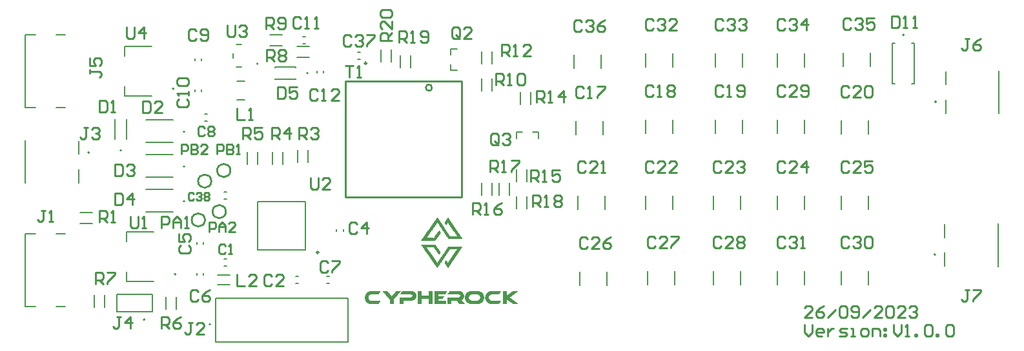
<source format=gbr>
%TF.GenerationSoftware,Altium Limited,Altium Designer,23.4.1 (23)*%
G04 Layer_Color=65535*
%FSLAX45Y45*%
%MOMM*%
%TF.SameCoordinates,576A2805-CD40-4E5C-B7A3-750DB6231075*%
%TF.FilePolarity,Positive*%
%TF.FileFunction,Legend,Top*%
%TF.Part,Single*%
G01*
G75*
%TA.AperFunction,NonConductor*%
%ADD50C,0.25400*%
%ADD51C,0.20000*%
%ADD52C,0.25000*%
%ADD53C,0.12700*%
%ADD54C,0.15240*%
G36*
X5563446Y1629653D02*
X5566810D01*
Y1626288D01*
Y1622924D01*
X5570175D01*
Y1619559D01*
Y1616195D01*
X5573539D01*
Y1612831D01*
X5576904D01*
Y1609466D01*
X5580268D01*
Y1606102D01*
Y1602738D01*
X5583632D01*
Y1599373D01*
X5586996D01*
Y1596009D01*
Y1592645D01*
X5590361D01*
Y1589280D01*
X5593725D01*
Y1585916D01*
Y1582551D01*
X5597090D01*
Y1579187D01*
Y1575823D01*
X5600454D01*
Y1572458D01*
X5603818D01*
Y1569094D01*
X5607183D01*
Y1565730D01*
Y1562365D01*
X5610547D01*
Y1559001D01*
X5613912D01*
Y1555636D01*
Y1552272D01*
X5617276D01*
Y1548908D01*
X5620640D01*
Y1545543D01*
Y1542179D01*
X5624004D01*
Y1538815D01*
X5627369D01*
Y1535450D01*
X5630733D01*
Y1532086D01*
Y1528722D01*
X5634097D01*
Y1525357D01*
Y1521993D01*
X5637462D01*
Y1518628D01*
X5640826D01*
Y1515264D01*
Y1511900D01*
X5644191D01*
Y1508535D01*
X5647555D01*
Y1505171D01*
Y1501807D01*
X5650919D01*
Y1498442D01*
X5654284D01*
Y1495078D01*
Y1491714D01*
X5657648D01*
Y1488349D01*
X5661013D01*
Y1484985D01*
Y1481620D01*
X5664377D01*
Y1478256D01*
X5667741D01*
Y1474892D01*
X5671105D01*
Y1471527D01*
Y1468163D01*
X5674470D01*
Y1464799D01*
X5677834D01*
Y1461434D01*
Y1458070D01*
X5681199D01*
Y1454705D01*
X5684563D01*
Y1451341D01*
Y1447977D01*
X5687927D01*
Y1444612D01*
X5691292D01*
Y1441248D01*
Y1437884D01*
X5694656D01*
Y1434519D01*
X5698021D01*
Y1431155D01*
Y1427791D01*
X5701385D01*
Y1424426D01*
X5704749D01*
Y1421062D01*
Y1417697D01*
X5708114D01*
Y1414333D01*
X5711478D01*
Y1410969D01*
Y1407604D01*
X5714843D01*
Y1404240D01*
X5718207D01*
Y1400876D01*
Y1397511D01*
X5721571D01*
Y1394147D01*
X5724935D01*
Y1390783D01*
Y1387418D01*
X5728300D01*
Y1384054D01*
X5731664D01*
Y1380689D01*
Y1377325D01*
X5735029D01*
Y1373961D01*
X5738393D01*
Y1370596D01*
X5741757D01*
Y1367232D01*
Y1363868D01*
X5745122D01*
Y1360504D01*
X5748486D01*
Y1357139D01*
Y1353775D01*
X5751850D01*
Y1350410D01*
X5566810D01*
Y1353775D01*
X5563446D01*
Y1357139D01*
X5560082D01*
Y1360504D01*
Y1363868D01*
X5556717D01*
Y1367232D01*
X5553353D01*
Y1370596D01*
X5549989D01*
Y1373961D01*
Y1377325D01*
X5546624D01*
Y1380689D01*
X5543260D01*
Y1384054D01*
Y1387418D01*
X5539895D01*
Y1390783D01*
X5536531D01*
Y1394147D01*
Y1397511D01*
X5533167D01*
Y1400876D01*
X5529802D01*
Y1404240D01*
Y1407604D01*
X5526438D01*
Y1410969D01*
X5523074D01*
Y1414333D01*
Y1417697D01*
X5519709D01*
Y1421062D01*
X5516345D01*
Y1424426D01*
Y1427791D01*
X5512981D01*
Y1431155D01*
X5509616D01*
Y1434519D01*
Y1437884D01*
X5506252D01*
Y1441248D01*
X5502887D01*
Y1444612D01*
Y1447977D01*
X5499523D01*
Y1451341D01*
X5496159D01*
Y1454705D01*
X5492794D01*
Y1458070D01*
Y1461434D01*
X5489430D01*
Y1464799D01*
X5486065D01*
Y1468163D01*
Y1471527D01*
X5482701D01*
Y1474892D01*
X5479337D01*
Y1478256D01*
Y1481620D01*
X5475973D01*
Y1484985D01*
X5472608D01*
Y1488349D01*
Y1491714D01*
X5469244D01*
Y1495078D01*
X5465879D01*
Y1498442D01*
Y1501807D01*
X5462515D01*
Y1505171D01*
X5459151D01*
Y1508535D01*
Y1511900D01*
X5455786D01*
Y1515264D01*
X5452422D01*
Y1518628D01*
Y1521993D01*
X5449058D01*
Y1525357D01*
X5445693D01*
Y1528722D01*
Y1532086D01*
X5442329D01*
Y1535450D01*
X5438964D01*
Y1538815D01*
Y1542179D01*
X5435600D01*
Y1545543D01*
X5432236D01*
Y1548908D01*
Y1552272D01*
X5428871D01*
Y1555636D01*
X5425507D01*
Y1559001D01*
Y1562365D01*
X5418778D01*
Y1559001D01*
X5415414D01*
Y1555636D01*
Y1552272D01*
X5412050D01*
Y1548908D01*
X5408685D01*
Y1545543D01*
Y1542179D01*
X5405321D01*
Y1538815D01*
X5401956D01*
Y1535450D01*
X5398592D01*
Y1532086D01*
Y1528722D01*
X5395228D01*
Y1525357D01*
X5391863D01*
Y1521993D01*
Y1518628D01*
X5388499D01*
Y1515264D01*
X5385135D01*
Y1511900D01*
X5381770D01*
Y1508535D01*
Y1505171D01*
X5378406D01*
Y1501807D01*
X5375042D01*
Y1498442D01*
Y1495078D01*
X5371677D01*
Y1491714D01*
X5368313D01*
Y1488349D01*
Y1484985D01*
X5364948D01*
Y1481620D01*
X5361584D01*
Y1478256D01*
X5358220D01*
Y1474892D01*
Y1471527D01*
X5354855D01*
Y1468163D01*
Y1464799D01*
X5351491D01*
Y1461434D01*
X5348127D01*
Y1458070D01*
X5344762D01*
Y1454705D01*
Y1451341D01*
X5341398D01*
Y1447977D01*
X5338034D01*
Y1444612D01*
Y1441248D01*
X5334669D01*
Y1437884D01*
X5331305D01*
Y1434519D01*
X5327940D01*
Y1431155D01*
Y1427791D01*
X5324576D01*
Y1424426D01*
X5321212D01*
Y1421062D01*
Y1417697D01*
X5317847D01*
Y1414333D01*
X5314483D01*
Y1410969D01*
Y1407604D01*
X5311119D01*
Y1404240D01*
X5307754D01*
Y1400876D01*
X5304390D01*
Y1397511D01*
Y1394147D01*
X5301025D01*
Y1390783D01*
X5297661D01*
Y1387418D01*
Y1384054D01*
X5294297D01*
Y1380689D01*
X5290932D01*
Y1377325D01*
X5287568D01*
Y1373961D01*
Y1370596D01*
X5284204D01*
Y1367232D01*
Y1363868D01*
X5364948D01*
Y1360504D01*
X5371677D01*
Y1363868D01*
X5375042D01*
Y1367232D01*
X5378406D01*
Y1370596D01*
X5381770D01*
Y1373961D01*
Y1377325D01*
X5385135D01*
Y1380689D01*
Y1384054D01*
X5388499D01*
Y1387418D01*
X5391863D01*
Y1390783D01*
X5395228D01*
Y1394147D01*
Y1397511D01*
X5398592D01*
Y1400876D01*
X5401956D01*
Y1404240D01*
Y1407604D01*
X5405321D01*
Y1410969D01*
X5408685D01*
Y1414333D01*
Y1417697D01*
X5412050D01*
Y1421062D01*
X5415414D01*
Y1424426D01*
X5418778D01*
Y1427791D01*
Y1431155D01*
X5422143D01*
Y1434519D01*
X5425507D01*
Y1437884D01*
Y1441248D01*
X5428871D01*
Y1444612D01*
X5432236D01*
Y1447977D01*
X5435600D01*
Y1451341D01*
Y1454705D01*
X5438964D01*
Y1458070D01*
X5442329D01*
Y1461434D01*
Y1464799D01*
X5445693D01*
Y1461434D01*
Y1458070D01*
X5449058D01*
Y1454705D01*
Y1451341D01*
X5452422D01*
Y1447977D01*
X5455786D01*
Y1444612D01*
X5459151D01*
Y1441248D01*
Y1437884D01*
X5462515D01*
Y1434519D01*
X5465879D01*
Y1431155D01*
Y1427791D01*
Y1424426D01*
X5462515D01*
Y1421062D01*
X5459151D01*
Y1417697D01*
X5455786D01*
Y1414333D01*
Y1410969D01*
X5452422D01*
Y1407604D01*
X5449058D01*
Y1404240D01*
Y1400876D01*
X5445693D01*
Y1397511D01*
X5442329D01*
Y1394147D01*
X5438964D01*
Y1390783D01*
Y1387418D01*
X5435600D01*
Y1384054D01*
X5432236D01*
Y1380689D01*
Y1377325D01*
X5428871D01*
Y1373961D01*
X5425507D01*
Y1370596D01*
Y1367232D01*
X5422143D01*
Y1363868D01*
X5418778D01*
Y1360504D01*
X5415414D01*
Y1357139D01*
Y1353775D01*
X5412050D01*
Y1350410D01*
X5408685D01*
Y1347046D01*
Y1343682D01*
X5405321D01*
Y1340317D01*
X5401956D01*
Y1336953D01*
X5398592D01*
Y1333588D01*
Y1330224D01*
X5395228D01*
Y1326860D01*
X5203459D01*
Y1330224D01*
X5206823D01*
Y1333588D01*
X5210188D01*
Y1336953D01*
X5213552D01*
Y1340317D01*
X5216916D01*
Y1343682D01*
Y1347046D01*
X5220281D01*
Y1350410D01*
X5223645D01*
Y1353775D01*
Y1357139D01*
X5227009D01*
Y1360504D01*
X5230374D01*
Y1363868D01*
Y1367232D01*
X5233738D01*
Y1370596D01*
X5237103D01*
Y1373961D01*
Y1377325D01*
X5240467D01*
Y1380689D01*
X5243831D01*
Y1384054D01*
X5247196D01*
Y1387418D01*
Y1390783D01*
X5250560D01*
Y1394147D01*
X5253924D01*
Y1397511D01*
Y1400876D01*
X5257289D01*
Y1404240D01*
X5260653D01*
Y1407604D01*
X5264017D01*
Y1410969D01*
Y1414333D01*
X5267382D01*
Y1417697D01*
X5270746D01*
Y1421062D01*
Y1424426D01*
X5274111D01*
Y1427791D01*
X5277475D01*
Y1431155D01*
Y1434519D01*
X5280839D01*
Y1437884D01*
X5284204D01*
Y1441248D01*
X5287568D01*
Y1444612D01*
Y1447977D01*
X5290932D01*
Y1451341D01*
X5294297D01*
Y1454705D01*
Y1458070D01*
X5297661D01*
Y1461434D01*
X5301025D01*
Y1464799D01*
X5304390D01*
Y1468163D01*
Y1471527D01*
X5307754D01*
Y1474892D01*
X5311119D01*
Y1478256D01*
Y1481620D01*
X5314483D01*
Y1484985D01*
X5317847D01*
Y1488349D01*
X5321212D01*
Y1491714D01*
Y1495078D01*
X5324576D01*
Y1498442D01*
X5327940D01*
Y1501807D01*
Y1505171D01*
X5331305D01*
Y1508535D01*
X5334669D01*
Y1511900D01*
Y1515264D01*
X5338034D01*
Y1518628D01*
X5341398D01*
Y1521993D01*
Y1525357D01*
X5344762D01*
Y1528722D01*
X5348127D01*
Y1532086D01*
Y1535450D01*
X5351491D01*
Y1538815D01*
X5354855D01*
Y1542179D01*
X5358220D01*
Y1545543D01*
Y1548908D01*
X5361584D01*
Y1552272D01*
X5364948D01*
Y1555636D01*
Y1559001D01*
X5368313D01*
Y1562365D01*
X5371677D01*
Y1565730D01*
Y1569094D01*
X5375042D01*
Y1572458D01*
X5378406D01*
Y1575823D01*
X5381770D01*
Y1579187D01*
Y1582551D01*
X5385135D01*
Y1585916D01*
X5388499D01*
Y1589280D01*
Y1592645D01*
X5391863D01*
Y1596009D01*
X5395228D01*
Y1599373D01*
X5398592D01*
Y1602738D01*
Y1606102D01*
X5401956D01*
Y1609466D01*
X5405321D01*
Y1612831D01*
Y1616195D01*
X5408685D01*
Y1619559D01*
X5412050D01*
Y1622924D01*
X5415414D01*
Y1626288D01*
Y1629653D01*
X5418778D01*
Y1633017D01*
X5422143D01*
Y1629653D01*
X5425507D01*
Y1626288D01*
Y1622924D01*
X5428871D01*
Y1619559D01*
X5432236D01*
Y1616195D01*
Y1612831D01*
X5435600D01*
Y1609466D01*
X5438964D01*
Y1606102D01*
Y1602738D01*
X5442329D01*
Y1599373D01*
X5445693D01*
Y1596009D01*
Y1592645D01*
X5449058D01*
Y1589280D01*
X5452422D01*
Y1585916D01*
X5455786D01*
Y1582551D01*
Y1579187D01*
X5459151D01*
Y1575823D01*
X5462515D01*
Y1572458D01*
Y1569094D01*
X5465879D01*
Y1565730D01*
X5469244D01*
Y1562365D01*
Y1559001D01*
X5472608D01*
Y1555636D01*
X5475973D01*
Y1552272D01*
Y1548908D01*
X5479337D01*
Y1545543D01*
Y1542179D01*
X5482701D01*
Y1538815D01*
X5486065D01*
Y1535450D01*
X5489430D01*
Y1532086D01*
Y1528722D01*
X5492794D01*
Y1525357D01*
X5496159D01*
Y1521993D01*
Y1518628D01*
X5499523D01*
Y1515264D01*
X5502887D01*
Y1511900D01*
Y1508535D01*
X5506252D01*
Y1505171D01*
X5509616D01*
Y1501807D01*
Y1498442D01*
X5512981D01*
Y1495078D01*
X5516345D01*
Y1491714D01*
Y1488349D01*
X5519709D01*
Y1484985D01*
X5523074D01*
Y1481620D01*
Y1478256D01*
X5526438D01*
Y1474892D01*
X5529802D01*
Y1471527D01*
X5533167D01*
Y1468163D01*
Y1464799D01*
X5536531D01*
Y1461434D01*
X5539895D01*
Y1458070D01*
Y1454705D01*
X5543260D01*
Y1451341D01*
Y1447977D01*
X5546624D01*
Y1444612D01*
X5549989D01*
Y1441248D01*
X5553353D01*
Y1437884D01*
Y1434519D01*
X5556717D01*
Y1431155D01*
Y1427791D01*
X5560082D01*
Y1424426D01*
X5563446D01*
Y1421062D01*
X5566810D01*
Y1417697D01*
Y1414333D01*
X5570175D01*
Y1410969D01*
X5573539D01*
Y1407604D01*
Y1404240D01*
X5576904D01*
Y1400876D01*
X5580268D01*
Y1397511D01*
Y1394147D01*
X5583632D01*
Y1390783D01*
X5586996D01*
Y1387418D01*
Y1384054D01*
X5677834D01*
Y1387418D01*
Y1390783D01*
X5674470D01*
Y1394147D01*
Y1397511D01*
X5671105D01*
Y1400876D01*
X5667741D01*
Y1404240D01*
Y1407604D01*
X5664377D01*
Y1410969D01*
X5661013D01*
Y1414333D01*
X5657648D01*
Y1417697D01*
Y1421062D01*
X5654284D01*
Y1424426D01*
Y1427791D01*
X5650919D01*
Y1431155D01*
X5647555D01*
Y1434519D01*
X5644191D01*
Y1437884D01*
Y1441248D01*
X5640826D01*
Y1444612D01*
X5637462D01*
Y1447977D01*
Y1451341D01*
X5634097D01*
Y1454705D01*
X5630733D01*
Y1458070D01*
Y1461434D01*
X5627369D01*
Y1464799D01*
X5624004D01*
Y1468163D01*
Y1471527D01*
X5620640D01*
Y1474892D01*
X5617276D01*
Y1478256D01*
X5613912D01*
Y1481620D01*
Y1484985D01*
X5610547D01*
Y1488349D01*
X5607183D01*
Y1491714D01*
Y1495078D01*
X5603818D01*
Y1498442D01*
X5600454D01*
Y1501807D01*
Y1505171D01*
X5597090D01*
Y1508535D01*
X5593725D01*
Y1511900D01*
Y1515264D01*
X5590361D01*
Y1518628D01*
X5586996D01*
Y1521993D01*
Y1525357D01*
X5583632D01*
Y1528722D01*
X5580268D01*
Y1532086D01*
Y1535450D01*
X5576904D01*
Y1538815D01*
X5573539D01*
Y1542179D01*
Y1545543D01*
X5570175D01*
Y1548908D01*
X5566810D01*
Y1552272D01*
X5563446D01*
Y1555636D01*
Y1559001D01*
X5553353D01*
Y1555636D01*
Y1552272D01*
X5549989D01*
Y1548908D01*
X5546624D01*
Y1545543D01*
Y1542179D01*
X5543260D01*
Y1538815D01*
X5539895D01*
Y1535450D01*
Y1532086D01*
X5536531D01*
Y1528722D01*
X5533167D01*
Y1532086D01*
Y1535450D01*
X5529802D01*
Y1538815D01*
Y1542179D01*
X5526438D01*
Y1545543D01*
X5523074D01*
Y1548908D01*
X5519709D01*
Y1552272D01*
Y1555636D01*
X5516345D01*
Y1559001D01*
X5512981D01*
Y1562365D01*
Y1565730D01*
X5516345D01*
Y1569094D01*
X5519709D01*
Y1572458D01*
Y1575823D01*
X5523074D01*
Y1579187D01*
X5526438D01*
Y1582551D01*
Y1585916D01*
X5529802D01*
Y1589280D01*
X5533167D01*
Y1592645D01*
Y1596009D01*
X5536531D01*
Y1599373D01*
X5539895D01*
Y1602738D01*
Y1606102D01*
X5543260D01*
Y1609466D01*
Y1612831D01*
X5546624D01*
Y1616195D01*
X5549989D01*
Y1619559D01*
Y1622924D01*
X5553353D01*
Y1626288D01*
X5556717D01*
Y1629653D01*
Y1633017D01*
X5563446D01*
Y1629653D01*
D02*
G37*
G36*
X5398592Y1269665D02*
Y1266301D01*
X5401956D01*
Y1262937D01*
Y1259573D01*
X5405321D01*
Y1256208D01*
X5408685D01*
Y1252844D01*
X5412050D01*
Y1249479D01*
X5415414D01*
Y1246115D01*
Y1242751D01*
X5418778D01*
Y1239386D01*
Y1236022D01*
X5422143D01*
Y1232657D01*
X5425507D01*
Y1229293D01*
X5428871D01*
Y1225929D01*
Y1222564D01*
X5432236D01*
Y1219200D01*
X5435600D01*
Y1215836D01*
Y1212471D01*
X5438964D01*
Y1209107D01*
X5442329D01*
Y1205743D01*
X5445693D01*
Y1202378D01*
Y1199014D01*
X5449058D01*
Y1195649D01*
X5452422D01*
Y1192285D01*
Y1188921D01*
X5455786D01*
Y1185556D01*
X5459151D01*
Y1182192D01*
Y1178828D01*
X5462515D01*
Y1175463D01*
X5465879D01*
Y1172099D01*
Y1168735D01*
X5462515D01*
Y1165370D01*
Y1162006D01*
X5459151D01*
Y1158642D01*
X5455786D01*
Y1155277D01*
X5452422D01*
Y1151913D01*
Y1148548D01*
X5449058D01*
Y1145184D01*
X5445693D01*
Y1141820D01*
Y1138455D01*
X5442329D01*
Y1141820D01*
X5438964D01*
Y1145184D01*
Y1148548D01*
X5435600D01*
Y1151913D01*
X5432236D01*
Y1155277D01*
Y1158642D01*
X5428871D01*
Y1162006D01*
X5425507D01*
Y1165370D01*
X5422143D01*
Y1168735D01*
Y1172099D01*
X5418778D01*
Y1175463D01*
X5415414D01*
Y1178828D01*
Y1182192D01*
X5412050D01*
Y1185556D01*
X5408685D01*
Y1188921D01*
Y1192285D01*
X5405321D01*
Y1195649D01*
X5401956D01*
Y1199014D01*
X5398592D01*
Y1202378D01*
Y1205743D01*
X5395228D01*
Y1209107D01*
X5391863D01*
Y1212471D01*
Y1215836D01*
X5388499D01*
Y1219200D01*
X5385135D01*
Y1222564D01*
Y1225929D01*
X5381770D01*
Y1229293D01*
X5378406D01*
Y1232657D01*
X5375042D01*
Y1236022D01*
Y1239386D01*
X5284204D01*
Y1236022D01*
Y1232657D01*
Y1229293D01*
X5287568D01*
Y1225929D01*
X5290932D01*
Y1222564D01*
X5294297D01*
Y1219200D01*
Y1215836D01*
X5297661D01*
Y1212471D01*
X5301025D01*
Y1209107D01*
Y1205743D01*
X5304390D01*
Y1202378D01*
X5307754D01*
Y1199014D01*
X5311119D01*
Y1195649D01*
Y1192285D01*
X5314483D01*
Y1188921D01*
X5317847D01*
Y1185556D01*
Y1182192D01*
X5321212D01*
Y1178828D01*
X5324576D01*
Y1175463D01*
Y1172099D01*
X5327940D01*
Y1168735D01*
X5331305D01*
Y1165370D01*
X5334669D01*
Y1162006D01*
Y1158642D01*
X5338034D01*
Y1155277D01*
X5341398D01*
Y1151913D01*
Y1148548D01*
X5344762D01*
Y1145184D01*
X5348127D01*
Y1141820D01*
Y1138455D01*
X5351491D01*
Y1135091D01*
X5354855D01*
Y1131726D01*
X5358220D01*
Y1128362D01*
Y1124998D01*
X5361584D01*
Y1121634D01*
X5364948D01*
Y1118269D01*
Y1114905D01*
X5368313D01*
Y1111540D01*
X5371677D01*
Y1108176D01*
Y1104812D01*
X5375042D01*
Y1101447D01*
X5378406D01*
Y1098083D01*
X5381770D01*
Y1094719D01*
Y1091354D01*
X5385135D01*
Y1087990D01*
X5388499D01*
Y1084625D01*
Y1081261D01*
X5391863D01*
Y1077897D01*
X5395228D01*
Y1074532D01*
X5398592D01*
Y1071168D01*
Y1067804D01*
X5401956D01*
Y1064439D01*
Y1061075D01*
X5405321D01*
Y1057711D01*
X5408685D01*
Y1054346D01*
X5412050D01*
Y1050982D01*
Y1047617D01*
X5415414D01*
Y1044253D01*
X5418778D01*
Y1040889D01*
X5425507D01*
Y1044253D01*
X5428871D01*
Y1047617D01*
Y1050982D01*
X5432236D01*
Y1054346D01*
Y1057711D01*
X5435600D01*
Y1061075D01*
X5438964D01*
Y1064439D01*
X5442329D01*
Y1067804D01*
Y1071168D01*
X5445693D01*
Y1074532D01*
Y1077897D01*
X5449058D01*
Y1081261D01*
X5452422D01*
Y1084625D01*
X5455786D01*
Y1087990D01*
Y1091354D01*
X5459151D01*
Y1094719D01*
X5462515D01*
Y1098083D01*
Y1101447D01*
X5465879D01*
Y1104812D01*
X5469244D01*
Y1108176D01*
Y1111540D01*
X5472608D01*
Y1114905D01*
X5475973D01*
Y1118269D01*
Y1121634D01*
X5479337D01*
Y1124998D01*
X5482701D01*
Y1128362D01*
Y1131726D01*
X5486065D01*
Y1135091D01*
X5489430D01*
Y1138455D01*
Y1141820D01*
X5492794D01*
Y1145184D01*
X5496159D01*
Y1148548D01*
Y1151913D01*
X5499523D01*
Y1155277D01*
X5502887D01*
Y1158642D01*
X5506252D01*
Y1162006D01*
Y1165370D01*
X5509616D01*
Y1168735D01*
Y1172099D01*
X5512981D01*
Y1175463D01*
X5516345D01*
Y1178828D01*
X5519709D01*
Y1182192D01*
Y1185556D01*
X5523074D01*
Y1188921D01*
X5526438D01*
Y1192285D01*
Y1195649D01*
X5529802D01*
Y1199014D01*
X5533167D01*
Y1202378D01*
Y1205743D01*
X5536531D01*
Y1209107D01*
Y1212471D01*
X5539895D01*
Y1215836D01*
X5543260D01*
Y1219200D01*
X5546624D01*
Y1222564D01*
Y1225929D01*
X5549989D01*
Y1229293D01*
X5553353D01*
Y1232657D01*
Y1236022D01*
X5556717D01*
Y1239386D01*
X5560082D01*
Y1242751D01*
Y1246115D01*
X5563446D01*
Y1249479D01*
X5566810D01*
Y1252844D01*
X5751850D01*
Y1249479D01*
X5748486D01*
Y1246115D01*
Y1242751D01*
X5745122D01*
Y1239386D01*
X5741757D01*
Y1236022D01*
Y1232657D01*
X5738393D01*
Y1229293D01*
X5735029D01*
Y1225929D01*
Y1222564D01*
X5731664D01*
Y1219200D01*
X5728300D01*
Y1215836D01*
Y1212471D01*
X5724935D01*
Y1209107D01*
X5721571D01*
Y1205743D01*
X5718207D01*
Y1202378D01*
Y1199014D01*
X5714843D01*
Y1195649D01*
Y1192285D01*
X5711478D01*
Y1188921D01*
X5708114D01*
Y1185556D01*
Y1182192D01*
X5704749D01*
Y1178828D01*
X5701385D01*
Y1175463D01*
Y1172099D01*
X5698021D01*
Y1168735D01*
X5694656D01*
Y1165370D01*
X5691292D01*
Y1162006D01*
Y1158642D01*
X5687927D01*
Y1155277D01*
Y1151913D01*
X5684563D01*
Y1148548D01*
X5681199D01*
Y1145184D01*
X5677834D01*
Y1141820D01*
Y1138455D01*
X5674470D01*
Y1135091D01*
Y1131726D01*
X5671105D01*
Y1128362D01*
X5667741D01*
Y1124998D01*
X5664377D01*
Y1121634D01*
Y1118269D01*
X5661013D01*
Y1114905D01*
X5657648D01*
Y1111540D01*
Y1108176D01*
X5654284D01*
Y1104812D01*
X5650919D01*
Y1101447D01*
Y1098083D01*
X5647555D01*
Y1094719D01*
X5644191D01*
Y1091354D01*
Y1087990D01*
X5640826D01*
Y1084625D01*
X5637462D01*
Y1081261D01*
Y1077897D01*
X5634097D01*
Y1074532D01*
X5630733D01*
Y1071168D01*
Y1067804D01*
X5627369D01*
Y1064439D01*
X5624004D01*
Y1061075D01*
Y1057711D01*
X5620640D01*
Y1054346D01*
X5617276D01*
Y1050982D01*
X5613912D01*
Y1047617D01*
Y1044253D01*
X5610547D01*
Y1040889D01*
Y1037524D01*
X5607183D01*
Y1034160D01*
X5603818D01*
Y1030795D01*
X5600454D01*
Y1027431D01*
Y1024067D01*
X5597090D01*
Y1020703D01*
Y1017338D01*
X5593725D01*
Y1013974D01*
X5590361D01*
Y1010609D01*
Y1007245D01*
X5586996D01*
Y1003881D01*
X5583632D01*
Y1000516D01*
Y997152D01*
X5580268D01*
Y993787D01*
X5576904D01*
Y990423D01*
X5573539D01*
Y987059D01*
Y983695D01*
X5570175D01*
Y980330D01*
X5566810D01*
Y976966D01*
Y973601D01*
X5563446D01*
Y970237D01*
Y966873D01*
X5560082D01*
Y970237D01*
X5556717D01*
Y973601D01*
Y976966D01*
X5553353D01*
Y980330D01*
X5549989D01*
Y983695D01*
X5546624D01*
Y987059D01*
Y990423D01*
X5543260D01*
Y993787D01*
Y997152D01*
X5539895D01*
Y1000516D01*
X5536531D01*
Y1003881D01*
Y1007245D01*
X5533167D01*
Y1010609D01*
X5529802D01*
Y1013974D01*
Y1017338D01*
X5526438D01*
Y1020703D01*
X5523074D01*
Y1024067D01*
Y1027431D01*
X5519709D01*
Y1030795D01*
X5516345D01*
Y1034160D01*
Y1037524D01*
X5512981D01*
Y1040889D01*
X5516345D01*
Y1044253D01*
Y1047617D01*
X5519709D01*
Y1050982D01*
X5523074D01*
Y1054346D01*
X5526438D01*
Y1057711D01*
Y1061075D01*
X5529802D01*
Y1064439D01*
Y1067804D01*
X5533167D01*
Y1071168D01*
X5536531D01*
Y1067804D01*
X5539895D01*
Y1064439D01*
X5543260D01*
Y1061075D01*
Y1057711D01*
X5546624D01*
Y1054346D01*
X5549989D01*
Y1050982D01*
Y1047617D01*
X5553353D01*
Y1044253D01*
X5556717D01*
Y1040889D01*
X5563446D01*
Y1044253D01*
Y1047617D01*
X5566810D01*
Y1050982D01*
Y1054346D01*
X5570175D01*
Y1057711D01*
X5573539D01*
Y1061075D01*
X5576904D01*
Y1064439D01*
Y1067804D01*
X5580268D01*
Y1071168D01*
X5583632D01*
Y1074532D01*
Y1077897D01*
X5586996D01*
Y1081261D01*
X5590361D01*
Y1084625D01*
Y1087990D01*
X5593725D01*
Y1091354D01*
X5597090D01*
Y1094719D01*
Y1098083D01*
X5600454D01*
Y1101447D01*
X5603818D01*
Y1104812D01*
Y1108176D01*
X5607183D01*
Y1111540D01*
X5610547D01*
Y1114905D01*
Y1118269D01*
X5613912D01*
Y1121634D01*
X5617276D01*
Y1124998D01*
X5620640D01*
Y1128362D01*
Y1131726D01*
X5624004D01*
Y1135091D01*
Y1138455D01*
X5627369D01*
Y1141820D01*
X5630733D01*
Y1145184D01*
X5634097D01*
Y1148548D01*
Y1151913D01*
X5637462D01*
Y1155277D01*
Y1158642D01*
X5640826D01*
Y1162006D01*
X5644191D01*
Y1165370D01*
X5647555D01*
Y1168735D01*
Y1172099D01*
X5650919D01*
Y1175463D01*
X5654284D01*
Y1178828D01*
Y1182192D01*
X5657648D01*
Y1185556D01*
X5661013D01*
Y1188921D01*
X5664377D01*
Y1192285D01*
Y1195649D01*
X5667741D01*
Y1199014D01*
Y1202378D01*
X5671105D01*
Y1205743D01*
X5674470D01*
Y1209107D01*
X5677834D01*
Y1212471D01*
Y1215836D01*
Y1219200D01*
X5590361D01*
Y1215836D01*
X5586996D01*
Y1212471D01*
X5583632D01*
Y1209107D01*
Y1205743D01*
X5580268D01*
Y1202378D01*
X5576904D01*
Y1199014D01*
Y1195649D01*
X5573539D01*
Y1192285D01*
X5570175D01*
Y1188921D01*
X5566810D01*
Y1185556D01*
Y1182192D01*
X5563446D01*
Y1178828D01*
X5560082D01*
Y1175463D01*
Y1172099D01*
X5556717D01*
Y1168735D01*
X5553353D01*
Y1165370D01*
Y1162006D01*
X5549989D01*
Y1158642D01*
X5546624D01*
Y1155277D01*
Y1151913D01*
X5543260D01*
Y1148548D01*
X5539895D01*
Y1145184D01*
Y1141820D01*
X5536531D01*
Y1138455D01*
X5533167D01*
Y1135091D01*
Y1131726D01*
X5529802D01*
Y1128362D01*
X5526438D01*
Y1124998D01*
Y1121634D01*
X5523074D01*
Y1118269D01*
X5519709D01*
Y1114905D01*
Y1111540D01*
X5516345D01*
Y1108176D01*
X5512981D01*
Y1104812D01*
Y1101447D01*
X5509616D01*
Y1098083D01*
X5506252D01*
Y1094719D01*
X5502887D01*
Y1091354D01*
Y1087990D01*
X5499523D01*
Y1084625D01*
Y1081261D01*
X5496159D01*
Y1077897D01*
X5492794D01*
Y1074532D01*
Y1071168D01*
X5489430D01*
Y1067804D01*
X5486065D01*
Y1064439D01*
Y1061075D01*
X5482701D01*
Y1057711D01*
X5479337D01*
Y1054346D01*
X5475973D01*
Y1050982D01*
Y1047617D01*
X5472608D01*
Y1044253D01*
Y1040889D01*
X5469244D01*
Y1037524D01*
X5465879D01*
Y1034160D01*
X5462515D01*
Y1030795D01*
Y1027431D01*
X5459151D01*
Y1024067D01*
Y1020703D01*
X5455786D01*
Y1017338D01*
X5452422D01*
Y1013974D01*
X5449058D01*
Y1010609D01*
Y1007245D01*
X5445693D01*
Y1003881D01*
Y1000516D01*
X5442329D01*
Y997152D01*
X5438964D01*
Y993787D01*
X5435600D01*
Y990423D01*
Y987059D01*
X5432236D01*
Y983695D01*
X5428871D01*
Y980330D01*
Y976966D01*
X5425507D01*
Y973601D01*
X5422143D01*
Y970237D01*
Y966873D01*
X5418778D01*
Y970237D01*
Y973601D01*
X5415414D01*
Y976966D01*
X5412050D01*
Y980330D01*
X5408685D01*
Y983695D01*
Y987059D01*
X5405321D01*
Y990423D01*
X5401956D01*
Y993787D01*
Y997152D01*
X5398592D01*
Y1000516D01*
X5395228D01*
Y1003881D01*
X5391863D01*
Y1007245D01*
Y1010609D01*
X5388499D01*
Y1013974D01*
X5385135D01*
Y1017338D01*
Y1020703D01*
X5381770D01*
Y1024067D01*
X5378406D01*
Y1027431D01*
Y1030795D01*
X5375042D01*
Y1034160D01*
X5371677D01*
Y1037524D01*
Y1040889D01*
X5368313D01*
Y1044253D01*
X5364948D01*
Y1047617D01*
X5361584D01*
Y1050982D01*
Y1054346D01*
X5358220D01*
Y1057711D01*
X5354855D01*
Y1061075D01*
Y1064439D01*
X5351491D01*
Y1067804D01*
X5348127D01*
Y1071168D01*
X5344762D01*
Y1074532D01*
Y1077897D01*
X5341398D01*
Y1081261D01*
X5338034D01*
Y1084625D01*
Y1087990D01*
X5334669D01*
Y1091354D01*
X5331305D01*
Y1094719D01*
Y1098083D01*
X5327940D01*
Y1101447D01*
X5324576D01*
Y1104812D01*
X5321212D01*
Y1108176D01*
Y1111540D01*
X5317847D01*
Y1114905D01*
X5314483D01*
Y1118269D01*
Y1121634D01*
X5311119D01*
Y1124998D01*
X5307754D01*
Y1128362D01*
Y1131726D01*
X5304390D01*
Y1135091D01*
X5301025D01*
Y1138455D01*
X5297661D01*
Y1141820D01*
Y1145184D01*
X5294297D01*
Y1148548D01*
Y1151913D01*
X5290932D01*
Y1155277D01*
X5287568D01*
Y1158642D01*
X5284204D01*
Y1162006D01*
X5280839D01*
Y1165370D01*
Y1168735D01*
X5277475D01*
Y1172099D01*
Y1175463D01*
X5274111D01*
Y1178828D01*
X5270746D01*
Y1182192D01*
X5267382D01*
Y1185556D01*
Y1188921D01*
X5264017D01*
Y1192285D01*
X5260653D01*
Y1195649D01*
Y1199014D01*
X5257289D01*
Y1202378D01*
X5253924D01*
Y1205743D01*
Y1209107D01*
X5250560D01*
Y1212471D01*
X5247196D01*
Y1215836D01*
X5243831D01*
Y1219200D01*
Y1222564D01*
X5240467D01*
Y1225929D01*
X5237103D01*
Y1229293D01*
Y1232657D01*
X5233738D01*
Y1236022D01*
X5230374D01*
Y1239386D01*
X5227009D01*
Y1242751D01*
Y1246115D01*
X5223645D01*
Y1249479D01*
X5220281D01*
Y1252844D01*
Y1256208D01*
X5216916D01*
Y1259573D01*
X5213552D01*
Y1262937D01*
X5210188D01*
Y1266301D01*
Y1269665D01*
X5206823D01*
Y1273030D01*
X5398592D01*
Y1269665D01*
D02*
G37*
G36*
X6481918Y660715D02*
X6475189D01*
Y657351D01*
X6471824D01*
Y653986D01*
X6468460D01*
Y650622D01*
X6461731D01*
Y647258D01*
X6458367D01*
Y643894D01*
X6455003D01*
Y640529D01*
X6448274D01*
Y637165D01*
X6444910D01*
Y633800D01*
X6438181D01*
Y630436D01*
X6434816D01*
Y627072D01*
X6431452D01*
Y623707D01*
X6428088D01*
Y620343D01*
X6421359D01*
Y616978D01*
X6417995D01*
Y613614D01*
X6411266D01*
Y610250D01*
X6407902D01*
Y606886D01*
X6404537D01*
Y603521D01*
X6401173D01*
Y600157D01*
X6394444D01*
Y596793D01*
X6391080D01*
Y593428D01*
X6387715D01*
Y590064D01*
X6380987D01*
Y586699D01*
X6377622D01*
Y583335D01*
X6374258D01*
Y579971D01*
Y576606D01*
X6377622D01*
Y573242D01*
X6380987D01*
Y569877D01*
X6387715D01*
Y566513D01*
X6391080D01*
Y563149D01*
X6397808D01*
Y559785D01*
X6401173D01*
Y556420D01*
X6404537D01*
Y553056D01*
X6411266D01*
Y549691D01*
X6414630D01*
Y546327D01*
X6417995D01*
Y542963D01*
X6424723D01*
Y539598D01*
X6428088D01*
Y536234D01*
X6434816D01*
Y532870D01*
X6438181D01*
Y529505D01*
X6441545D01*
Y526141D01*
X6444910D01*
Y522776D01*
X6451638D01*
Y519412D01*
X6455003D01*
Y516048D01*
X6461731D01*
Y512683D01*
X6465096D01*
Y509319D01*
X6468460D01*
Y505955D01*
X6475189D01*
Y502590D01*
X6478553D01*
Y499226D01*
X6481918D01*
Y495862D01*
X6411266D01*
Y499226D01*
X6407902D01*
Y502590D01*
X6401173D01*
Y505955D01*
X6397808D01*
Y509319D01*
X6391080D01*
Y512683D01*
X6387715D01*
Y516048D01*
X6380987D01*
Y519412D01*
X6377622D01*
Y522776D01*
X6370894D01*
Y526141D01*
X6367529D01*
Y529505D01*
X6364165D01*
Y532870D01*
X6357436D01*
Y536234D01*
X6354072D01*
Y539598D01*
X6347343D01*
Y542963D01*
X6343979D01*
Y546327D01*
X6340614D01*
Y549691D01*
X6330521D01*
Y546327D01*
Y542963D01*
Y539598D01*
Y536234D01*
Y532870D01*
Y529505D01*
Y526141D01*
Y522776D01*
Y519412D01*
Y516048D01*
Y512683D01*
Y509319D01*
Y505955D01*
Y502590D01*
Y499226D01*
Y495862D01*
X6280056D01*
Y499226D01*
Y502590D01*
Y505955D01*
Y509319D01*
Y512683D01*
Y516048D01*
Y519412D01*
Y522776D01*
Y526141D01*
Y529505D01*
Y532870D01*
Y536234D01*
Y539598D01*
Y542963D01*
Y546327D01*
Y549691D01*
Y553056D01*
Y556420D01*
Y559785D01*
Y563149D01*
Y566513D01*
Y569877D01*
Y573242D01*
Y576606D01*
Y579971D01*
Y583335D01*
Y586699D01*
Y590064D01*
Y593428D01*
Y596793D01*
Y600157D01*
Y603521D01*
Y606886D01*
Y610250D01*
Y613614D01*
Y616978D01*
Y620343D01*
Y623707D01*
Y627072D01*
Y630436D01*
Y633800D01*
Y637165D01*
Y640529D01*
Y643894D01*
Y647258D01*
Y650622D01*
Y653986D01*
Y657351D01*
Y660715D01*
Y664080D01*
X6330521D01*
Y660715D01*
Y657351D01*
Y653986D01*
Y650622D01*
Y647258D01*
Y643894D01*
Y640529D01*
Y637165D01*
Y633800D01*
Y630436D01*
Y627072D01*
Y623707D01*
Y620343D01*
Y616978D01*
Y613614D01*
Y610250D01*
Y606886D01*
X6333885D01*
Y610250D01*
X6340614D01*
Y613614D01*
X6343979D01*
Y616978D01*
X6347343D01*
Y620343D01*
X6354072D01*
Y623707D01*
X6357436D01*
Y627072D01*
X6364165D01*
Y630436D01*
X6367529D01*
Y633800D01*
X6370894D01*
Y637165D01*
X6377622D01*
Y640529D01*
X6380987D01*
Y643894D01*
X6384351D01*
Y647258D01*
X6387715D01*
Y650622D01*
X6394444D01*
Y653986D01*
X6397808D01*
Y657351D01*
X6404537D01*
Y660715D01*
X6407902D01*
Y664080D01*
X6481918D01*
Y660715D01*
D02*
G37*
G36*
X5361584D02*
Y657351D01*
Y653986D01*
Y650622D01*
Y647258D01*
Y643894D01*
Y640529D01*
Y637165D01*
Y633800D01*
Y630436D01*
Y627072D01*
Y623707D01*
Y620343D01*
Y616978D01*
Y613614D01*
Y610250D01*
Y606886D01*
Y603521D01*
Y600157D01*
Y596793D01*
Y593428D01*
Y590064D01*
Y586699D01*
Y583335D01*
Y579971D01*
Y576606D01*
Y573242D01*
Y569877D01*
Y566513D01*
Y563149D01*
Y559785D01*
Y556420D01*
Y553056D01*
Y549691D01*
Y546327D01*
Y542963D01*
Y539598D01*
Y536234D01*
Y532870D01*
Y529505D01*
Y526141D01*
Y522776D01*
Y519412D01*
Y516048D01*
Y512683D01*
Y509319D01*
Y505955D01*
Y502590D01*
Y499226D01*
Y495862D01*
X5311119D01*
Y499226D01*
Y502590D01*
Y505955D01*
Y509319D01*
Y512683D01*
Y516048D01*
Y519412D01*
Y522776D01*
Y526141D01*
Y529505D01*
Y532870D01*
Y536234D01*
Y539598D01*
Y542963D01*
Y546327D01*
Y549691D01*
Y553056D01*
Y556420D01*
Y559785D01*
X5216916D01*
Y556420D01*
X5213552D01*
Y553056D01*
Y549691D01*
Y546327D01*
Y542963D01*
Y539598D01*
Y536234D01*
Y532870D01*
Y529505D01*
Y526141D01*
Y522776D01*
Y519412D01*
Y516048D01*
Y512683D01*
Y509319D01*
Y505955D01*
Y502590D01*
Y499226D01*
X5216916D01*
Y495862D01*
X5163086D01*
Y499226D01*
Y502590D01*
Y505955D01*
Y509319D01*
Y512683D01*
Y516048D01*
Y519412D01*
Y522776D01*
Y526141D01*
Y529505D01*
Y532870D01*
Y536234D01*
Y539598D01*
Y542963D01*
Y546327D01*
Y549691D01*
Y553056D01*
Y556420D01*
Y559785D01*
Y563149D01*
Y566513D01*
Y569877D01*
Y573242D01*
Y576606D01*
Y579971D01*
Y583335D01*
Y586699D01*
Y590064D01*
Y593428D01*
Y596793D01*
Y600157D01*
Y603521D01*
Y606886D01*
Y610250D01*
Y613614D01*
Y616978D01*
Y620343D01*
Y623707D01*
Y627072D01*
Y630436D01*
Y633800D01*
Y637165D01*
Y640529D01*
Y643894D01*
Y647258D01*
Y650622D01*
Y653986D01*
Y657351D01*
Y660715D01*
Y664080D01*
X5216916D01*
Y660715D01*
X5213552D01*
Y657351D01*
Y653986D01*
Y650622D01*
Y647258D01*
Y643894D01*
Y640529D01*
Y637165D01*
Y633800D01*
Y630436D01*
Y627072D01*
Y623707D01*
Y620343D01*
Y616978D01*
Y613614D01*
Y610250D01*
Y606886D01*
Y603521D01*
X5311119D01*
Y606886D01*
Y610250D01*
Y613614D01*
Y616978D01*
Y620343D01*
Y623707D01*
Y627072D01*
Y630436D01*
Y633800D01*
Y637165D01*
Y640529D01*
Y643894D01*
Y647258D01*
Y650622D01*
Y653986D01*
Y657351D01*
Y660715D01*
Y664080D01*
X5361584D01*
Y660715D01*
D02*
G37*
G36*
X4941038D02*
Y657351D01*
X4937674D01*
Y653986D01*
X4934310D01*
Y650622D01*
X4930945D01*
Y647258D01*
X4927581D01*
Y643894D01*
X4924216D01*
Y640529D01*
X4920852D01*
Y637165D01*
Y633800D01*
X4917488D01*
Y630436D01*
X4914124D01*
Y627072D01*
X4910759D01*
Y623707D01*
X4907395D01*
Y620343D01*
X4904030D01*
Y616978D01*
X4900666D01*
Y613614D01*
Y610250D01*
X4897302D01*
Y606886D01*
X4893937D01*
Y603521D01*
X4890573D01*
Y600157D01*
X4887209D01*
Y596793D01*
X4883844D01*
Y593428D01*
X4880480D01*
Y590064D01*
Y586699D01*
X4877115D01*
Y583335D01*
X4873751D01*
Y579971D01*
X4870387D01*
Y576606D01*
X4867022D01*
Y573242D01*
X4863658D01*
Y569877D01*
X4860294D01*
Y566513D01*
Y563149D01*
X4856929D01*
Y559785D01*
X4853565D01*
Y556420D01*
X4850201D01*
Y553056D01*
Y549691D01*
Y546327D01*
Y542963D01*
Y539598D01*
Y536234D01*
Y532870D01*
Y529505D01*
Y526141D01*
Y522776D01*
Y519412D01*
Y516048D01*
Y512683D01*
Y509319D01*
Y505955D01*
Y502590D01*
Y499226D01*
Y495862D01*
X4796371D01*
Y499226D01*
Y502590D01*
Y505955D01*
Y509319D01*
Y512683D01*
Y516048D01*
Y519412D01*
Y522776D01*
Y526141D01*
Y529505D01*
Y532870D01*
Y536234D01*
Y539598D01*
Y542963D01*
Y546327D01*
Y549691D01*
Y553056D01*
Y556420D01*
X4793006D01*
Y559785D01*
X4789642D01*
Y563149D01*
X4786278D01*
Y566513D01*
X4782913D01*
Y569877D01*
X4779549D01*
Y573242D01*
Y576606D01*
X4776185D01*
Y579971D01*
X4772820D01*
Y583335D01*
X4769456D01*
Y586699D01*
X4766091D01*
Y590064D01*
X4762727D01*
Y593428D01*
Y596793D01*
X4755998D01*
Y600157D01*
X4752634D01*
Y603521D01*
Y606886D01*
X4749270D01*
Y610250D01*
X4745905D01*
Y613614D01*
X4742541D01*
Y616978D01*
X4739176D01*
Y620343D01*
X4735812D01*
Y623707D01*
Y627072D01*
X4729083D01*
Y630436D01*
X4725719D01*
Y633800D01*
Y637165D01*
X4722355D01*
Y640529D01*
X4718990D01*
Y643894D01*
X4715626D01*
Y647258D01*
X4712262D01*
Y650622D01*
X4708897D01*
Y653986D01*
X4705533D01*
Y657351D01*
X4702168D01*
Y660715D01*
X4698804D01*
Y664080D01*
X4766091D01*
Y660715D01*
X4769456D01*
Y657351D01*
X4772820D01*
Y653986D01*
X4776185D01*
Y650622D01*
X4779549D01*
Y647258D01*
X4782913D01*
Y643894D01*
X4786278D01*
Y640529D01*
Y637165D01*
X4789642D01*
Y633800D01*
X4793006D01*
Y630436D01*
X4796371D01*
Y627072D01*
X4799735D01*
Y623707D01*
X4803099D01*
Y620343D01*
Y616978D01*
X4809828D01*
Y613614D01*
X4813193D01*
Y610250D01*
Y606886D01*
X4816557D01*
Y603521D01*
X4819921D01*
Y600157D01*
X4826650D01*
Y603521D01*
X4830014D01*
Y606886D01*
X4833379D01*
Y610250D01*
X4836743D01*
Y613614D01*
Y616978D01*
X4840107D01*
Y620343D01*
X4843472D01*
Y623707D01*
X4846836D01*
Y627072D01*
X4850201D01*
Y630436D01*
X4853565D01*
Y633800D01*
X4856929D01*
Y637165D01*
Y640529D01*
X4863658D01*
Y643894D01*
Y647258D01*
X4867022D01*
Y650622D01*
X4870387D01*
Y653986D01*
X4873751D01*
Y657351D01*
X4877115D01*
Y660715D01*
Y664080D01*
X4941038D01*
Y660715D01*
D02*
G37*
G36*
X5963805D02*
X5977263D01*
Y657351D01*
X5987356D01*
Y653986D01*
X5994085D01*
Y650622D01*
X5997449D01*
Y647258D01*
X6004178D01*
Y643894D01*
X6007542D01*
Y640529D01*
X6010907D01*
Y637165D01*
X6014271D01*
Y633800D01*
X6017635D01*
Y630436D01*
Y627072D01*
X6021000D01*
Y623707D01*
Y620343D01*
X6024364D01*
Y616978D01*
X6027728D01*
Y613614D01*
Y610250D01*
Y606886D01*
Y603521D01*
X6031093D01*
Y600157D01*
Y596793D01*
Y593428D01*
X6034457D01*
Y590064D01*
Y586699D01*
Y583335D01*
Y579971D01*
Y576606D01*
Y573242D01*
Y569877D01*
Y566513D01*
X6031093D01*
Y563149D01*
Y559785D01*
Y556420D01*
Y553056D01*
X6027728D01*
Y549691D01*
Y546327D01*
Y542963D01*
X6024364D01*
Y539598D01*
X6021000D01*
Y536234D01*
Y532870D01*
X6017635D01*
Y529505D01*
Y526141D01*
X6014271D01*
Y522776D01*
X6010907D01*
Y519412D01*
X6007542D01*
Y516048D01*
X6004178D01*
Y512683D01*
X5997449D01*
Y509319D01*
X5994085D01*
Y505955D01*
X5987356D01*
Y502590D01*
X5977263D01*
Y499226D01*
X5967170D01*
Y495862D01*
X5849417D01*
Y499226D01*
X5839324D01*
Y502590D01*
X5829231D01*
Y505955D01*
X5822502D01*
Y509319D01*
X5815773D01*
Y512683D01*
X5812409D01*
Y516048D01*
X5809045D01*
Y519412D01*
X5805680D01*
Y522776D01*
X5802316D01*
Y526141D01*
X5798952D01*
Y529505D01*
X5795587D01*
Y532870D01*
Y536234D01*
X5792223D01*
Y539598D01*
Y542963D01*
X5788858D01*
Y546327D01*
Y549691D01*
Y553056D01*
X5785494D01*
Y556420D01*
Y559785D01*
Y563149D01*
Y566513D01*
X5782130D01*
Y569877D01*
X5785494D01*
Y573242D01*
Y576606D01*
X5782130D01*
Y579971D01*
Y583335D01*
X5785494D01*
Y586699D01*
Y590064D01*
X5782130D01*
Y593428D01*
X5785494D01*
Y596793D01*
Y600157D01*
Y603521D01*
Y606886D01*
X5788858D01*
Y610250D01*
Y613614D01*
Y616978D01*
X5792223D01*
Y620343D01*
Y623707D01*
X5795587D01*
Y627072D01*
X5798952D01*
Y630436D01*
Y633800D01*
X5802316D01*
Y637165D01*
X5805680D01*
Y640529D01*
X5809045D01*
Y643894D01*
X5812409D01*
Y647258D01*
X5819138D01*
Y650622D01*
X5822502D01*
Y653986D01*
X5829231D01*
Y657351D01*
X5839324D01*
Y660715D01*
X5852781D01*
Y664080D01*
X5963805D01*
Y660715D01*
D02*
G37*
G36*
X5721571D02*
X5731664D01*
Y657351D01*
X5738393D01*
Y653986D01*
X5745122D01*
Y650622D01*
X5748486D01*
Y647258D01*
X5751850D01*
Y643894D01*
X5755215D01*
Y640529D01*
X5758579D01*
Y637165D01*
Y633800D01*
X5761944D01*
Y630436D01*
X5765308D01*
Y627072D01*
Y623707D01*
Y620343D01*
Y616978D01*
X5768672D01*
Y613614D01*
Y610250D01*
Y606886D01*
Y603521D01*
Y600157D01*
Y596793D01*
Y593428D01*
Y590064D01*
Y586699D01*
Y583335D01*
X5765308D01*
Y579971D01*
Y576606D01*
Y573242D01*
X5761944D01*
Y569877D01*
Y566513D01*
X5758579D01*
Y563149D01*
X5755215D01*
Y559785D01*
X5751850D01*
Y556420D01*
X5748486D01*
Y553056D01*
X5745122D01*
Y549691D01*
X5741757D01*
Y546327D01*
X5738393D01*
Y542963D01*
X5741757D01*
Y539598D01*
X5745122D01*
Y536234D01*
X5748486D01*
Y532870D01*
X5751850D01*
Y529505D01*
X5755215D01*
Y526141D01*
X5758579D01*
Y522776D01*
X5761944D01*
Y519412D01*
X5765308D01*
Y516048D01*
X5768672D01*
Y512683D01*
X5772036D01*
Y509319D01*
X5775401D01*
Y505955D01*
X5778765D01*
Y502590D01*
Y499226D01*
X5782130D01*
Y495862D01*
X5708114D01*
Y499226D01*
X5704749D01*
Y502590D01*
X5701385D01*
Y505955D01*
X5698021D01*
Y509319D01*
Y512683D01*
X5694656D01*
Y516048D01*
X5691292D01*
Y519412D01*
X5687927D01*
Y522776D01*
X5684563D01*
Y526141D01*
X5681199D01*
Y529505D01*
X5677834D01*
Y532870D01*
Y536234D01*
X5674470D01*
Y539598D01*
X5603818D01*
Y536234D01*
Y532870D01*
Y529505D01*
Y526141D01*
Y522776D01*
Y519412D01*
Y516048D01*
Y512683D01*
Y509319D01*
Y505955D01*
Y502590D01*
Y499226D01*
Y495862D01*
X5553353D01*
Y499226D01*
Y502590D01*
Y505955D01*
Y509319D01*
Y512683D01*
Y516048D01*
Y519412D01*
Y522776D01*
Y526141D01*
Y529505D01*
Y532870D01*
Y536234D01*
Y539598D01*
Y542963D01*
Y546327D01*
Y549691D01*
Y553056D01*
Y556420D01*
Y559785D01*
Y563149D01*
Y566513D01*
Y569877D01*
Y573242D01*
Y576606D01*
Y579971D01*
X5704749D01*
Y583335D01*
X5708114D01*
Y586699D01*
X5714843D01*
Y590064D01*
Y593428D01*
X5718207D01*
Y596793D01*
Y600157D01*
Y603521D01*
Y606886D01*
Y610250D01*
X5714843D01*
Y613614D01*
X5711478D01*
Y616978D01*
X5708114D01*
Y620343D01*
X5553353D01*
Y623707D01*
X5556717D01*
Y627072D01*
X5560082D01*
Y630436D01*
Y633800D01*
X5563446D01*
Y637165D01*
X5566810D01*
Y640529D01*
X5570175D01*
Y643894D01*
Y647258D01*
X5573539D01*
Y650622D01*
X5576904D01*
Y653986D01*
Y657351D01*
X5580268D01*
Y660715D01*
X5583632D01*
Y664080D01*
X5721571D01*
Y660715D01*
D02*
G37*
G36*
X5549989D02*
X5546624D01*
Y657351D01*
Y653986D01*
X5543260D01*
Y650622D01*
X5539895D01*
Y647258D01*
Y643894D01*
X5536531D01*
Y640529D01*
X5533167D01*
Y637165D01*
Y633800D01*
X5529802D01*
Y630436D01*
X5526438D01*
Y627072D01*
Y623707D01*
X5435600D01*
Y620343D01*
Y616978D01*
Y613614D01*
Y610250D01*
Y606886D01*
Y603521D01*
Y600157D01*
X5512981D01*
Y596793D01*
X5509616D01*
Y593428D01*
Y590064D01*
X5506252D01*
Y586699D01*
X5502887D01*
Y583335D01*
Y579971D01*
X5499523D01*
Y576606D01*
X5496159D01*
Y573242D01*
Y569877D01*
X5492794D01*
Y566513D01*
X5489430D01*
Y563149D01*
Y559785D01*
X5438964D01*
Y556420D01*
X5435600D01*
Y553056D01*
Y549691D01*
Y546327D01*
Y542963D01*
Y539598D01*
Y536234D01*
X5533167D01*
Y532870D01*
Y529505D01*
Y526141D01*
Y522776D01*
Y519412D01*
Y516048D01*
Y512683D01*
Y509319D01*
Y505955D01*
Y502590D01*
Y499226D01*
Y495862D01*
X5385135D01*
Y499226D01*
Y502590D01*
Y505955D01*
Y509319D01*
Y512683D01*
Y516048D01*
Y519412D01*
Y522776D01*
Y526141D01*
Y529505D01*
Y532870D01*
Y536234D01*
Y539598D01*
Y542963D01*
Y546327D01*
Y549691D01*
Y553056D01*
Y556420D01*
Y559785D01*
Y563149D01*
Y566513D01*
Y569877D01*
Y573242D01*
Y576606D01*
Y579971D01*
Y583335D01*
Y586699D01*
Y590064D01*
Y593428D01*
Y596793D01*
Y600157D01*
Y603521D01*
Y606886D01*
Y610250D01*
Y613614D01*
Y616978D01*
Y620343D01*
Y623707D01*
Y627072D01*
Y630436D01*
Y633800D01*
Y637165D01*
Y640529D01*
Y643894D01*
Y647258D01*
Y650622D01*
Y653986D01*
Y657351D01*
Y660715D01*
Y664080D01*
X5549989D01*
Y660715D01*
D02*
G37*
G36*
X5095799D02*
X5105892D01*
Y657351D01*
X5112621D01*
Y653986D01*
X5119350D01*
Y650622D01*
X5122714D01*
Y647258D01*
X5126078D01*
Y643894D01*
X5129443D01*
Y640529D01*
X5132807D01*
Y637165D01*
X5136172D01*
Y633800D01*
Y630436D01*
Y627072D01*
X5139536D01*
Y623707D01*
Y620343D01*
X5142900D01*
Y616978D01*
Y613614D01*
Y610250D01*
Y606886D01*
Y603521D01*
Y600157D01*
Y596793D01*
Y593428D01*
Y590064D01*
Y586699D01*
Y583335D01*
X5139536D01*
Y579971D01*
Y576606D01*
Y573242D01*
X5136172D01*
Y569877D01*
Y566513D01*
X5132807D01*
Y563149D01*
X5129443D01*
Y559785D01*
X5126078D01*
Y556420D01*
X5122714D01*
Y553056D01*
X5119350D01*
Y549691D01*
X5115985D01*
Y546327D01*
X5109257D01*
Y542963D01*
X5099164D01*
Y539598D01*
X4978046D01*
Y536234D01*
Y532870D01*
Y529505D01*
Y526141D01*
Y522776D01*
Y519412D01*
Y516048D01*
Y512683D01*
Y509319D01*
Y505955D01*
Y502590D01*
Y499226D01*
Y495862D01*
X4927581D01*
Y499226D01*
Y502590D01*
Y505955D01*
Y509319D01*
Y512683D01*
Y516048D01*
Y519412D01*
Y522776D01*
Y526141D01*
Y529505D01*
Y532870D01*
Y536234D01*
Y539598D01*
Y542963D01*
Y546327D01*
Y549691D01*
Y553056D01*
Y556420D01*
Y559785D01*
Y563149D01*
Y566513D01*
Y569877D01*
Y573242D01*
Y576606D01*
Y579971D01*
X5078977D01*
Y583335D01*
X5082342D01*
Y586699D01*
X5089070D01*
Y590064D01*
Y593428D01*
X5092435D01*
Y596793D01*
Y600157D01*
Y603521D01*
Y606886D01*
Y610250D01*
X5089070D01*
Y613614D01*
X5085706D01*
Y616978D01*
X5082342D01*
Y620343D01*
X4927581D01*
Y623707D01*
X4930945D01*
Y627072D01*
X4934310D01*
Y630436D01*
X4937674D01*
Y633800D01*
X4941038D01*
Y637165D01*
Y640529D01*
X4944403D01*
Y643894D01*
X4947767D01*
Y647258D01*
X4951132D01*
Y650622D01*
X4954496D01*
Y653986D01*
X4957860D01*
Y657351D01*
Y660715D01*
X4961225D01*
Y664080D01*
X5095799D01*
Y660715D01*
D02*
G37*
G36*
X6259870D02*
X6256505D01*
Y657351D01*
X6253141D01*
Y653986D01*
X6249776D01*
Y650622D01*
Y647258D01*
X6246412D01*
Y643894D01*
Y640529D01*
X6243048D01*
Y637165D01*
X6239683D01*
Y633800D01*
X6236319D01*
Y630436D01*
Y627072D01*
X6232955D01*
Y623707D01*
X6229590D01*
Y620343D01*
X6128659D01*
Y616978D01*
X6118566D01*
Y613614D01*
X6115202D01*
Y610250D01*
X6108473D01*
Y606886D01*
Y603521D01*
X6105109D01*
Y600157D01*
X6101744D01*
Y596793D01*
Y593428D01*
X6098380D01*
Y590064D01*
Y586699D01*
Y583335D01*
Y579971D01*
Y576606D01*
Y573242D01*
Y569877D01*
Y566513D01*
Y563149D01*
X6101744D01*
Y559785D01*
Y556420D01*
X6105109D01*
Y553056D01*
X6108473D01*
Y549691D01*
X6111838D01*
Y546327D01*
X6115202D01*
Y542963D01*
X6121931D01*
Y539598D01*
X6128659D01*
Y536234D01*
X6256505D01*
Y532870D01*
X6253141D01*
Y529505D01*
Y526141D01*
X6249776D01*
Y522776D01*
X6246412D01*
Y519412D01*
Y516048D01*
X6243048D01*
Y512683D01*
X6239683D01*
Y509319D01*
X6236319D01*
Y505955D01*
Y502590D01*
X6232955D01*
Y499226D01*
Y495862D01*
X6229590D01*
Y492497D01*
X6125295D01*
Y495862D01*
X6111838D01*
Y499226D01*
X6101744D01*
Y502590D01*
X6091651D01*
Y505955D01*
X6088287D01*
Y509319D01*
X6081558D01*
Y512683D01*
X6078194D01*
Y516048D01*
X6074830D01*
Y519412D01*
X6071465D01*
Y522776D01*
X6068101D01*
Y526141D01*
X6064736D01*
Y529505D01*
Y532870D01*
X6061372D01*
Y536234D01*
X6058008D01*
Y539598D01*
Y542963D01*
X6054643D01*
Y546327D01*
Y549691D01*
Y553056D01*
Y556420D01*
X6051279D01*
Y559785D01*
Y563149D01*
Y566513D01*
X6047914D01*
Y569877D01*
Y573242D01*
Y576606D01*
Y579971D01*
Y583335D01*
Y586699D01*
Y590064D01*
X6051279D01*
Y593428D01*
Y596793D01*
Y600157D01*
Y603521D01*
X6054643D01*
Y606886D01*
Y610250D01*
Y613614D01*
Y616978D01*
X6058008D01*
Y620343D01*
X6061372D01*
Y623707D01*
Y627072D01*
X6064736D01*
Y630436D01*
X6068101D01*
Y633800D01*
Y637165D01*
X6071465D01*
Y640529D01*
X6074830D01*
Y643894D01*
X6081558D01*
Y647258D01*
X6084923D01*
Y650622D01*
X6088287D01*
Y653986D01*
X6095016D01*
Y657351D01*
X6105109D01*
Y660715D01*
X6118566D01*
Y664080D01*
X6259870D01*
Y660715D01*
D02*
G37*
G36*
X4678618D02*
X4675254D01*
Y657351D01*
X4671889D01*
Y653986D01*
Y650622D01*
X4668525D01*
Y647258D01*
Y643894D01*
X4665160D01*
Y640529D01*
X4661796D01*
Y637165D01*
X4658432D01*
Y633800D01*
Y630436D01*
X4655067D01*
Y627072D01*
Y623707D01*
X4651703D01*
Y620343D01*
X4547408D01*
Y616978D01*
X4540679D01*
Y613614D01*
X4533950D01*
Y610250D01*
X4530586D01*
Y606886D01*
X4527221D01*
Y603521D01*
X4523857D01*
Y600157D01*
Y596793D01*
X4520493D01*
Y593428D01*
Y590064D01*
Y586699D01*
Y583335D01*
X4517128D01*
Y579971D01*
Y576606D01*
Y573242D01*
X4520493D01*
Y569877D01*
Y566513D01*
Y563149D01*
Y559785D01*
X4523857D01*
Y556420D01*
Y553056D01*
X4527221D01*
Y549691D01*
X4530586D01*
Y546327D01*
X4537315D01*
Y542963D01*
X4540679D01*
Y539598D01*
X4550772D01*
Y536234D01*
X4675254D01*
Y532870D01*
Y529505D01*
X4671889D01*
Y526141D01*
X4668525D01*
Y522776D01*
Y519412D01*
X4665160D01*
Y516048D01*
X4661796D01*
Y512683D01*
Y509319D01*
X4658432D01*
Y505955D01*
X4655067D01*
Y502590D01*
Y499226D01*
X4651703D01*
Y495862D01*
X4648339D01*
Y492497D01*
X4544043D01*
Y495862D01*
X4530586D01*
Y499226D01*
X4520493D01*
Y502590D01*
X4513764D01*
Y505955D01*
X4507035D01*
Y509319D01*
X4503671D01*
Y512683D01*
X4496942D01*
Y516048D01*
X4493578D01*
Y519412D01*
X4490214D01*
Y522776D01*
X4486849D01*
Y526141D01*
Y529505D01*
X4483485D01*
Y532870D01*
X4480120D01*
Y536234D01*
Y539598D01*
X4476756D01*
Y542963D01*
Y546327D01*
X4473392D01*
Y549691D01*
Y553056D01*
Y556420D01*
X4470027D01*
Y559785D01*
Y563149D01*
Y566513D01*
Y569877D01*
Y573242D01*
X4466663D01*
Y576606D01*
Y579971D01*
Y583335D01*
Y586699D01*
X4470027D01*
Y590064D01*
Y593428D01*
Y596793D01*
Y600157D01*
X4473392D01*
Y603521D01*
Y606886D01*
Y610250D01*
X4476756D01*
Y613614D01*
Y616978D01*
Y620343D01*
X4480120D01*
Y623707D01*
X4483485D01*
Y627072D01*
Y630436D01*
X4486849D01*
Y633800D01*
X4490214D01*
Y637165D01*
X4493578D01*
Y640529D01*
X4496942D01*
Y643894D01*
X4500306D01*
Y647258D01*
X4503671D01*
Y650622D01*
X4510400D01*
Y653986D01*
X4513764D01*
Y657351D01*
X4527221D01*
Y660715D01*
X4537315D01*
Y664080D01*
X4678618D01*
Y660715D01*
D02*
G37*
%LPC*%
G36*
X5950348Y620343D02*
X5866239D01*
Y616978D01*
X5859510D01*
Y613614D01*
X5852781D01*
Y610250D01*
X5849417D01*
Y606886D01*
X5846053D01*
Y603521D01*
X5842688D01*
Y600157D01*
Y596793D01*
X5839324D01*
Y593428D01*
Y590064D01*
X5835960D01*
Y586699D01*
Y583335D01*
Y579971D01*
Y576606D01*
Y573242D01*
Y569877D01*
Y566513D01*
X5839324D01*
Y563149D01*
Y559785D01*
X5842688D01*
Y556420D01*
X5846053D01*
Y553056D01*
X5849417D01*
Y549691D01*
X5852781D01*
Y546327D01*
X5856146D01*
Y542963D01*
X5862874D01*
Y539598D01*
X5953712D01*
Y542963D01*
X5960441D01*
Y546327D01*
X5963805D01*
Y549691D01*
X5970534D01*
Y553056D01*
Y556420D01*
X5973899D01*
Y559785D01*
X5977263D01*
Y563149D01*
Y566513D01*
Y569877D01*
X5980627D01*
Y573242D01*
Y576606D01*
Y579971D01*
Y583335D01*
Y586699D01*
Y590064D01*
X5977263D01*
Y593428D01*
Y596793D01*
Y600157D01*
X5973899D01*
Y603521D01*
X5970534D01*
Y606886D01*
X5967170D01*
Y610250D01*
X5963805D01*
Y613614D01*
X5957077D01*
Y616978D01*
X5950348D01*
Y620343D01*
D02*
G37*
%LPD*%
D50*
X4494142Y3660000D02*
G03*
X4494142Y3660000I-14142J0D01*
G01*
X5349961Y3339700D02*
G03*
X5349961Y3339700I-40161J0D01*
G01*
X2647000Y1710000D02*
G03*
X2647000Y1710000I-87000J0D01*
G01*
X2457000Y2110000D02*
G03*
X2457000Y2110000I-87000J0D01*
G01*
X2707000Y2250000D02*
G03*
X2707000Y2250000I-87000J0D01*
G01*
X2373000Y1600200D02*
G03*
X2373000Y1600200I-87000J0D01*
G01*
X4217600Y1904600D02*
X5741600D01*
X4217600Y3428600D02*
X5741600D01*
Y1904600D02*
Y3428600D01*
X4217600Y1904600D02*
Y3428600D01*
X10337767Y319981D02*
X10236200D01*
X10337767Y421548D01*
Y446940D01*
X10312375Y472332D01*
X10261592D01*
X10236200Y446940D01*
X10490118Y472332D02*
X10439334Y446940D01*
X10388551Y396156D01*
Y345373D01*
X10413943Y319981D01*
X10464726D01*
X10490118Y345373D01*
Y370764D01*
X10464726Y396156D01*
X10388551D01*
X10540901Y319981D02*
X10642469Y421548D01*
X10693252Y446940D02*
X10718644Y472332D01*
X10769428D01*
X10794819Y446940D01*
Y345373D01*
X10769428Y319981D01*
X10718644D01*
X10693252Y345373D01*
Y446940D01*
X10845603Y345373D02*
X10870995Y319981D01*
X10921778D01*
X10947170Y345373D01*
Y446940D01*
X10921778Y472332D01*
X10870995D01*
X10845603Y446940D01*
Y421548D01*
X10870995Y396156D01*
X10947170D01*
X10997954Y319981D02*
X11099521Y421548D01*
X11251872Y319981D02*
X11150304D01*
X11251872Y421548D01*
Y446940D01*
X11226480Y472332D01*
X11175696D01*
X11150304Y446940D01*
X11302655D02*
X11328047Y472332D01*
X11378830D01*
X11404222Y446940D01*
Y345373D01*
X11378830Y319981D01*
X11328047D01*
X11302655Y345373D01*
Y446940D01*
X11556573Y319981D02*
X11455006D01*
X11556573Y421548D01*
Y446940D01*
X11531181Y472332D01*
X11480398D01*
X11455006Y446940D01*
X11607357D02*
X11632748Y472332D01*
X11683532D01*
X11708924Y446940D01*
Y421548D01*
X11683532Y396156D01*
X11658140D01*
X11683532D01*
X11708924Y370764D01*
Y345373D01*
X11683532Y319981D01*
X11632748D01*
X11607357Y345373D01*
X10236200Y228551D02*
Y126983D01*
X10286983Y76200D01*
X10337767Y126983D01*
Y228551D01*
X10464726Y76200D02*
X10413943D01*
X10388551Y101592D01*
Y152375D01*
X10413943Y177767D01*
X10464726D01*
X10490118Y152375D01*
Y126983D01*
X10388551D01*
X10540901Y177767D02*
Y76200D01*
Y126983D01*
X10566293Y152375D01*
X10591685Y177767D01*
X10617077D01*
X10693252Y76200D02*
X10769428D01*
X10794819Y101592D01*
X10769428Y126983D01*
X10718644D01*
X10693252Y152375D01*
X10718644Y177767D01*
X10794819D01*
X10845603Y76200D02*
X10896386D01*
X10870995D01*
Y177767D01*
X10845603D01*
X10997954Y76200D02*
X11048737D01*
X11074129Y101592D01*
Y152375D01*
X11048737Y177767D01*
X10997954D01*
X10972562Y152375D01*
Y101592D01*
X10997954Y76200D01*
X11124912D02*
Y177767D01*
X11201088D01*
X11226480Y152375D01*
Y76200D01*
X11277263Y177767D02*
X11302655D01*
Y152375D01*
X11277263D01*
Y177767D01*
Y101592D02*
X11302655D01*
Y76200D01*
X11277263D01*
Y101592D01*
X11404222Y228551D02*
Y126983D01*
X11455006Y76200D01*
X11505789Y126983D01*
Y228551D01*
X11556573Y76200D02*
X11607356D01*
X11581965D01*
Y228551D01*
X11556573Y203159D01*
X11683532Y76200D02*
Y101592D01*
X11708923D01*
Y76200D01*
X11683532D01*
X11810490Y203159D02*
X11835882Y228551D01*
X11886666D01*
X11912058Y203159D01*
Y101592D01*
X11886666Y76200D01*
X11835882D01*
X11810490Y101592D01*
Y203159D01*
X11962841Y76200D02*
Y101592D01*
X11988233D01*
Y76200D01*
X11962841D01*
X12089800Y203159D02*
X12115192Y228551D01*
X12165975D01*
X12191367Y203159D01*
Y101592D01*
X12165975Y76200D01*
X12115192D01*
X12089800Y101592D01*
Y203159D01*
X2222288Y1943856D02*
X2205361Y1960784D01*
X2171505D01*
X2154577Y1943856D01*
Y1876144D01*
X2171505Y1859216D01*
X2205361D01*
X2222288Y1876144D01*
X2256144Y1943856D02*
X2273072Y1960784D01*
X2306928D01*
X2323856Y1943856D01*
Y1926928D01*
X2306928Y1910000D01*
X2290000D01*
X2306928D01*
X2323856Y1893072D01*
Y1876144D01*
X2306928Y1859216D01*
X2273072D01*
X2256144Y1876144D01*
X2357712Y1943856D02*
X2374639Y1960784D01*
X2408495D01*
X2425423Y1943856D01*
Y1926928D01*
X2408495Y1910000D01*
X2425423Y1893072D01*
Y1876144D01*
X2408495Y1859216D01*
X2374639D01*
X2357712Y1876144D01*
Y1893072D01*
X2374639Y1910000D01*
X2357712Y1926928D01*
Y1943856D01*
X2374639Y1910000D02*
X2408495D01*
X12395208Y685775D02*
X12344425D01*
X12369817D01*
Y558817D01*
X12344425Y533425D01*
X12319033D01*
X12293641Y558817D01*
X12445992Y685775D02*
X12547559D01*
Y660383D01*
X12445992Y558817D01*
Y533425D01*
X12395208Y3987775D02*
X12344425D01*
X12369817D01*
Y3860817D01*
X12344425Y3835425D01*
X12319033D01*
X12293641Y3860817D01*
X12547559Y3987775D02*
X12496775Y3962383D01*
X12445992Y3911600D01*
Y3860817D01*
X12471384Y3835425D01*
X12522167D01*
X12547559Y3860817D01*
Y3886208D01*
X12522167Y3911600D01*
X12445992D01*
X838208Y2819375D02*
X787425D01*
X812817D01*
Y2692417D01*
X787425Y2667025D01*
X762033D01*
X736641Y2692417D01*
X888992Y2793983D02*
X914384Y2819375D01*
X965167D01*
X990559Y2793983D01*
Y2768592D01*
X965167Y2743200D01*
X939775D01*
X965167D01*
X990559Y2717808D01*
Y2692417D01*
X965167Y2667025D01*
X914384D01*
X888992Y2692417D01*
X4825975Y3962466D02*
X4673624D01*
Y4038641D01*
X4699016Y4064033D01*
X4749800D01*
X4775192Y4038641D01*
Y3962466D01*
Y4013249D02*
X4825975Y4064033D01*
Y4216383D02*
Y4114816D01*
X4724408Y4216383D01*
X4699016D01*
X4673624Y4190992D01*
Y4140208D01*
X4699016Y4114816D01*
Y4267167D02*
X4673624Y4292559D01*
Y4343342D01*
X4699016Y4368734D01*
X4800583D01*
X4825975Y4343342D01*
Y4292559D01*
X4800583Y4267167D01*
X4699016D01*
X4914962Y3937025D02*
Y4089375D01*
X4991137D01*
X5016529Y4063983D01*
Y4013200D01*
X4991137Y3987808D01*
X4914962D01*
X4965745D02*
X5016529Y3937025D01*
X5067312D02*
X5118096D01*
X5092704D01*
Y4089375D01*
X5067312Y4063983D01*
X5194271Y3962417D02*
X5219663Y3937025D01*
X5270447D01*
X5295839Y3962417D01*
Y4063983D01*
X5270447Y4089375D01*
X5219663D01*
X5194271Y4063983D01*
Y4038592D01*
X5219663Y4013200D01*
X5295839D01*
X4292633Y4013183D02*
X4267241Y4038575D01*
X4216458D01*
X4191066Y4013183D01*
Y3911617D01*
X4216458Y3886225D01*
X4267241D01*
X4292633Y3911617D01*
X4343417Y4013183D02*
X4368808Y4038575D01*
X4419592D01*
X4444984Y4013183D01*
Y3987792D01*
X4419592Y3962400D01*
X4394200D01*
X4419592D01*
X4444984Y3937008D01*
Y3911617D01*
X4419592Y3886225D01*
X4368808D01*
X4343417Y3911617D01*
X4495767Y4038575D02*
X4597334D01*
Y4013183D01*
X4495767Y3911617D01*
Y3886225D01*
X2794041Y888975D02*
Y736625D01*
X2895608D01*
X3047959D02*
X2946392D01*
X3047959Y838192D01*
Y863583D01*
X3022567Y888975D01*
X2971784D01*
X2946392Y863583D01*
X4216433Y3632175D02*
X4318000D01*
X4267217D01*
Y3479825D01*
X4368784D02*
X4419567D01*
X4394176D01*
Y3632175D01*
X4368784Y3606783D01*
X1346241Y4140175D02*
Y4013217D01*
X1371633Y3987825D01*
X1422417D01*
X1447808Y4013217D01*
Y4140175D01*
X1574767Y3987825D02*
Y4140175D01*
X1498592Y4064000D01*
X1600159D01*
X2667041Y4165575D02*
Y4038617D01*
X2692433Y4013225D01*
X2743217D01*
X2768608Y4038617D01*
Y4165575D01*
X2819392Y4140183D02*
X2844784Y4165575D01*
X2895567D01*
X2920959Y4140183D01*
Y4114792D01*
X2895567Y4089400D01*
X2870175D01*
X2895567D01*
X2920959Y4064008D01*
Y4038617D01*
X2895567Y4013225D01*
X2844784D01*
X2819392Y4038617D01*
X3759241Y2158975D02*
Y2032017D01*
X3784633Y2006625D01*
X3835417D01*
X3860808Y2032017D01*
Y2158975D01*
X4013159Y2006625D02*
X3911592D01*
X4013159Y2108192D01*
Y2133583D01*
X3987767Y2158975D01*
X3936984D01*
X3911592Y2133583D01*
X1397033Y1650975D02*
Y1524017D01*
X1422425Y1498625D01*
X1473208D01*
X1498600Y1524017D01*
Y1650975D01*
X1549384Y1498625D02*
X1600167D01*
X1574776D01*
Y1650975D01*
X1549384Y1625583D01*
X6223008Y2616217D02*
Y2717783D01*
X6197617Y2743175D01*
X6146833D01*
X6121441Y2717783D01*
Y2616217D01*
X6146833Y2590825D01*
X6197617D01*
X6172225Y2641608D02*
X6223008Y2590825D01*
X6197617D02*
X6223008Y2616217D01*
X6273792Y2717783D02*
X6299184Y2743175D01*
X6349967D01*
X6375359Y2717783D01*
Y2692392D01*
X6349967Y2667000D01*
X6324575D01*
X6349967D01*
X6375359Y2641608D01*
Y2616217D01*
X6349967Y2590825D01*
X6299184D01*
X6273792Y2616217D01*
X5715008Y4013217D02*
Y4114783D01*
X5689617Y4140175D01*
X5638833D01*
X5613441Y4114783D01*
Y4013217D01*
X5638833Y3987825D01*
X5689617D01*
X5664225Y4038608D02*
X5715008Y3987825D01*
X5689617D02*
X5715008Y4013217D01*
X5867359Y3987825D02*
X5765792D01*
X5867359Y4089392D01*
Y4114783D01*
X5841967Y4140175D01*
X5791184D01*
X5765792Y4114783D01*
X6667562Y1778025D02*
Y1930375D01*
X6743737D01*
X6769129Y1904983D01*
Y1854200D01*
X6743737Y1828808D01*
X6667562D01*
X6718345D02*
X6769129Y1778025D01*
X6819912D02*
X6870696D01*
X6845304D01*
Y1930375D01*
X6819912Y1904983D01*
X6946871D02*
X6972263Y1930375D01*
X7023047D01*
X7048439Y1904983D01*
Y1879592D01*
X7023047Y1854200D01*
X7048439Y1828808D01*
Y1803417D01*
X7023047Y1778025D01*
X6972263D01*
X6946871Y1803417D01*
Y1828808D01*
X6972263Y1854200D01*
X6946871Y1879592D01*
Y1904983D01*
X6972263Y1854200D02*
X7023047D01*
X6108762Y2235225D02*
Y2387575D01*
X6184937D01*
X6210329Y2362183D01*
Y2311400D01*
X6184937Y2286008D01*
X6108762D01*
X6159545D02*
X6210329Y2235225D01*
X6261112D02*
X6311896D01*
X6286504D01*
Y2387575D01*
X6261112Y2362183D01*
X6388071Y2387575D02*
X6489639D01*
Y2362183D01*
X6388071Y2260617D01*
Y2235225D01*
X5880162Y1676425D02*
Y1828775D01*
X5956337D01*
X5981729Y1803383D01*
Y1752600D01*
X5956337Y1727208D01*
X5880162D01*
X5930945D02*
X5981729Y1676425D01*
X6032512D02*
X6083296D01*
X6057904D01*
Y1828775D01*
X6032512Y1803383D01*
X6261039Y1828775D02*
X6210255Y1803383D01*
X6159471Y1752600D01*
Y1701817D01*
X6184863Y1676425D01*
X6235647D01*
X6261039Y1701817D01*
Y1727208D01*
X6235647Y1752600D01*
X6159471D01*
X6642162Y2108225D02*
Y2260575D01*
X6718337D01*
X6743729Y2235183D01*
Y2184400D01*
X6718337Y2159008D01*
X6642162D01*
X6692945D02*
X6743729Y2108225D01*
X6794512D02*
X6845296D01*
X6819904D01*
Y2260575D01*
X6794512Y2235183D01*
X7023039Y2260575D02*
X6921471D01*
Y2184400D01*
X6972255Y2209792D01*
X6997647D01*
X7023039Y2184400D01*
Y2133617D01*
X6997647Y2108225D01*
X6946863D01*
X6921471Y2133617D01*
X6718362Y3149625D02*
Y3301975D01*
X6794537D01*
X6819929Y3276583D01*
Y3225800D01*
X6794537Y3200408D01*
X6718362D01*
X6769145D02*
X6819929Y3149625D01*
X6870712D02*
X6921496D01*
X6896104D01*
Y3301975D01*
X6870712Y3276583D01*
X7073847Y3149625D02*
Y3301975D01*
X6997671Y3225800D01*
X7099239D01*
X6261162Y3759225D02*
Y3911575D01*
X6337337D01*
X6362729Y3886183D01*
Y3835400D01*
X6337337Y3810008D01*
X6261162D01*
X6311945D02*
X6362729Y3759225D01*
X6413512D02*
X6464296D01*
X6438904D01*
Y3911575D01*
X6413512Y3886183D01*
X6642039Y3759225D02*
X6540471D01*
X6642039Y3860792D01*
Y3886183D01*
X6616647Y3911575D01*
X6565863D01*
X6540471Y3886183D01*
X6184962Y3378225D02*
Y3530575D01*
X6261137D01*
X6286529Y3505183D01*
Y3454400D01*
X6261137Y3429008D01*
X6184962D01*
X6235745D02*
X6286529Y3378225D01*
X6337312D02*
X6388096D01*
X6362704D01*
Y3530575D01*
X6337312Y3505183D01*
X6464271D02*
X6489663Y3530575D01*
X6540447D01*
X6565839Y3505183D01*
Y3403617D01*
X6540447Y3378225D01*
X6489663D01*
X6464271Y3403617D01*
Y3505183D01*
X3177540Y4114800D02*
Y4267151D01*
X3253715D01*
X3279107Y4241759D01*
Y4190975D01*
X3253715Y4165583D01*
X3177540D01*
X3228323D02*
X3279107Y4114800D01*
X3329891Y4140192D02*
X3355283Y4114800D01*
X3406066D01*
X3431458Y4140192D01*
Y4241759D01*
X3406066Y4267151D01*
X3355283D01*
X3329891Y4241759D01*
Y4216367D01*
X3355283Y4190975D01*
X3431458D01*
X3183041Y3683825D02*
Y3836175D01*
X3259216D01*
X3284608Y3810784D01*
Y3760000D01*
X3259216Y3734608D01*
X3183041D01*
X3233825D02*
X3284608Y3683825D01*
X3335392Y3810784D02*
X3360784Y3836175D01*
X3411567D01*
X3436959Y3810784D01*
Y3785392D01*
X3411567Y3760000D01*
X3436959Y3734608D01*
Y3709217D01*
X3411567Y3683825D01*
X3360784D01*
X3335392Y3709217D01*
Y3734608D01*
X3360784Y3760000D01*
X3335392Y3785392D01*
Y3810784D01*
X3360784Y3760000D02*
X3411567D01*
X939800Y759460D02*
Y911811D01*
X1015975D01*
X1041367Y886419D01*
Y835635D01*
X1015975Y810243D01*
X939800D01*
X990583D02*
X1041367Y759460D01*
X1092151Y911811D02*
X1193718D01*
Y886419D01*
X1092151Y784852D01*
Y759460D01*
X1803441Y177825D02*
Y330175D01*
X1879617D01*
X1905008Y304783D01*
Y254000D01*
X1879617Y228608D01*
X1803441D01*
X1854225D02*
X1905008Y177825D01*
X2057359Y330175D02*
X2006575Y304783D01*
X1955792Y254000D01*
Y203217D01*
X1981184Y177825D01*
X2031967D01*
X2057359Y203217D01*
Y228608D01*
X2031967Y254000D01*
X1955792D01*
X2870241Y2667025D02*
Y2819375D01*
X2946417D01*
X2971808Y2793983D01*
Y2743200D01*
X2946417Y2717808D01*
X2870241D01*
X2921025D02*
X2971808Y2667025D01*
X3124159Y2819375D02*
X3022592D01*
Y2743200D01*
X3073375Y2768592D01*
X3098767D01*
X3124159Y2743200D01*
Y2692417D01*
X3098767Y2667025D01*
X3047984D01*
X3022592Y2692417D01*
X3251241Y2667025D02*
Y2819375D01*
X3327417D01*
X3352808Y2793983D01*
Y2743200D01*
X3327417Y2717808D01*
X3251241D01*
X3302025D02*
X3352808Y2667025D01*
X3479767D02*
Y2819375D01*
X3403592Y2743200D01*
X3505159D01*
X3606800Y2664460D02*
Y2816811D01*
X3682975D01*
X3708367Y2791419D01*
Y2740635D01*
X3682975Y2715243D01*
X3606800D01*
X3657583D02*
X3708367Y2664460D01*
X3759151Y2791419D02*
X3784543Y2816811D01*
X3835326D01*
X3860718Y2791419D01*
Y2766027D01*
X3835326Y2740635D01*
X3809934D01*
X3835326D01*
X3860718Y2715243D01*
Y2689852D01*
X3835326Y2664460D01*
X3784543D01*
X3759151Y2689852D01*
X990633Y1574825D02*
Y1727175D01*
X1066808D01*
X1092200Y1701783D01*
Y1651000D01*
X1066808Y1625608D01*
X990633D01*
X1041417D02*
X1092200Y1574825D01*
X1142984D02*
X1193767D01*
X1168376D01*
Y1727175D01*
X1142984Y1701783D01*
X2790233Y3073375D02*
Y2921025D01*
X2891800D01*
X2942584D02*
X2993367D01*
X2967976D01*
Y3073375D01*
X2942584Y3047983D01*
X863625Y3581408D02*
Y3530625D01*
Y3556017D01*
X990583D01*
X1015975Y3530625D01*
Y3505233D01*
X990583Y3479841D01*
X863625Y3733759D02*
Y3632192D01*
X939800D01*
X914408Y3682975D01*
Y3708367D01*
X939800Y3733759D01*
X990583D01*
X1015975Y3708367D01*
Y3657584D01*
X990583Y3632192D01*
X2209808Y253975D02*
X2159025D01*
X2184417D01*
Y127017D01*
X2159025Y101625D01*
X2133633D01*
X2108241Y127017D01*
X2362159Y101625D02*
X2260592D01*
X2362159Y203192D01*
Y228583D01*
X2336767Y253975D01*
X2285984D01*
X2260592Y228583D01*
X279400Y1727275D02*
X228617D01*
X254008D01*
Y1600317D01*
X228617Y1574925D01*
X203225D01*
X177833Y1600317D01*
X330184Y1574925D02*
X380967D01*
X355576D01*
Y1727275D01*
X330184Y1701884D01*
X11374120Y4279851D02*
Y4127500D01*
X11450295D01*
X11475687Y4152892D01*
Y4254459D01*
X11450295Y4279851D01*
X11374120D01*
X11526471Y4127500D02*
X11577254D01*
X11551863D01*
Y4279851D01*
X11526471Y4254459D01*
X11653430Y4127500D02*
X11704213D01*
X11678821D01*
Y4279851D01*
X11653430Y4254459D01*
X3327441Y3352775D02*
Y3200425D01*
X3403617D01*
X3429008Y3225817D01*
Y3327383D01*
X3403617Y3352775D01*
X3327441D01*
X3581359D02*
X3479792D01*
Y3276600D01*
X3530575Y3301992D01*
X3555967D01*
X3581359Y3276600D01*
Y3225817D01*
X3555967Y3200425D01*
X3505184D01*
X3479792Y3225817D01*
X1193841Y1955775D02*
Y1803425D01*
X1270017D01*
X1295408Y1828817D01*
Y1930383D01*
X1270017Y1955775D01*
X1193841D01*
X1422367Y1803425D02*
Y1955775D01*
X1346192Y1879600D01*
X1447759D01*
X1193841Y2336775D02*
Y2184425D01*
X1270017D01*
X1295408Y2209817D01*
Y2311383D01*
X1270017Y2336775D01*
X1193841D01*
X1346192Y2311383D02*
X1371584Y2336775D01*
X1422367D01*
X1447759Y2311383D01*
Y2285992D01*
X1422367Y2260600D01*
X1396975D01*
X1422367D01*
X1447759Y2235208D01*
Y2209817D01*
X1422367Y2184425D01*
X1371584D01*
X1346192Y2209817D01*
X1554480Y3164791D02*
Y3012440D01*
X1630655D01*
X1656047Y3037832D01*
Y3139399D01*
X1630655Y3164791D01*
X1554480D01*
X1808398Y3012440D02*
X1706831D01*
X1808398Y3114007D01*
Y3139399D01*
X1783006Y3164791D01*
X1732223D01*
X1706831Y3139399D01*
X990633Y3174975D02*
Y3022625D01*
X1066808D01*
X1092200Y3048017D01*
Y3149583D01*
X1066808Y3174975D01*
X990633D01*
X1142984Y3022625D02*
X1193767D01*
X1168376D01*
Y3174975D01*
X1142984Y3149583D01*
X7315167Y4203659D02*
X7289775Y4229051D01*
X7238992D01*
X7213600Y4203659D01*
Y4102092D01*
X7238992Y4076700D01*
X7289775D01*
X7315167Y4102092D01*
X7365951Y4203659D02*
X7391343Y4229051D01*
X7442126D01*
X7467518Y4203659D01*
Y4178267D01*
X7442126Y4152875D01*
X7416734D01*
X7442126D01*
X7467518Y4127483D01*
Y4102092D01*
X7442126Y4076700D01*
X7391343D01*
X7365951Y4102092D01*
X7619869Y4229051D02*
X7569085Y4203659D01*
X7518301Y4152875D01*
Y4102092D01*
X7543693Y4076700D01*
X7594477D01*
X7619869Y4102092D01*
Y4127483D01*
X7594477Y4152875D01*
X7518301D01*
X10845767Y4229059D02*
X10820375Y4254451D01*
X10769592D01*
X10744200Y4229059D01*
Y4127492D01*
X10769592Y4102100D01*
X10820375D01*
X10845767Y4127492D01*
X10896551Y4229059D02*
X10921943Y4254451D01*
X10972726D01*
X10998118Y4229059D01*
Y4203667D01*
X10972726Y4178275D01*
X10947334D01*
X10972726D01*
X10998118Y4152883D01*
Y4127492D01*
X10972726Y4102100D01*
X10921943D01*
X10896551Y4127492D01*
X11150469Y4254451D02*
X11048901D01*
Y4178275D01*
X11099685Y4203667D01*
X11125077D01*
X11150469Y4178275D01*
Y4127492D01*
X11125077Y4102100D01*
X11074293D01*
X11048901Y4127492D01*
X9982167Y4219059D02*
X9956775Y4244451D01*
X9905992D01*
X9880600Y4219059D01*
Y4117492D01*
X9905992Y4092100D01*
X9956775D01*
X9982167Y4117492D01*
X10032951Y4219059D02*
X10058343Y4244451D01*
X10109126D01*
X10134518Y4219059D01*
Y4193667D01*
X10109126Y4168275D01*
X10083734D01*
X10109126D01*
X10134518Y4142884D01*
Y4117492D01*
X10109126Y4092100D01*
X10058343D01*
X10032951Y4117492D01*
X10261477Y4092100D02*
Y4244451D01*
X10185301Y4168275D01*
X10286869D01*
X9169367Y4219059D02*
X9143975Y4244451D01*
X9093192D01*
X9067800Y4219059D01*
Y4117492D01*
X9093192Y4092100D01*
X9143975D01*
X9169367Y4117492D01*
X9220151Y4219059D02*
X9245543Y4244451D01*
X9296326D01*
X9321718Y4219059D01*
Y4193667D01*
X9296326Y4168275D01*
X9270934D01*
X9296326D01*
X9321718Y4142884D01*
Y4117492D01*
X9296326Y4092100D01*
X9245543D01*
X9220151Y4117492D01*
X9372501Y4219059D02*
X9397893Y4244451D01*
X9448677D01*
X9474069Y4219059D01*
Y4193667D01*
X9448677Y4168275D01*
X9423285D01*
X9448677D01*
X9474069Y4142884D01*
Y4117492D01*
X9448677Y4092100D01*
X9397893D01*
X9372501Y4117492D01*
X8254967Y4219059D02*
X8229575Y4244451D01*
X8178792D01*
X8153400Y4219059D01*
Y4117492D01*
X8178792Y4092100D01*
X8229575D01*
X8254967Y4117492D01*
X8305751Y4219059D02*
X8331143Y4244451D01*
X8381926D01*
X8407318Y4219059D01*
Y4193667D01*
X8381926Y4168275D01*
X8356534D01*
X8381926D01*
X8407318Y4142884D01*
Y4117492D01*
X8381926Y4092100D01*
X8331143D01*
X8305751Y4117492D01*
X8559669Y4092100D02*
X8458101D01*
X8559669Y4193667D01*
Y4219059D01*
X8534277Y4244451D01*
X8483493D01*
X8458101Y4219059D01*
X9982167Y1356319D02*
X9956775Y1381711D01*
X9905992D01*
X9880600Y1356319D01*
Y1254752D01*
X9905992Y1229360D01*
X9956775D01*
X9982167Y1254752D01*
X10032951Y1356319D02*
X10058343Y1381711D01*
X10109126D01*
X10134518Y1356319D01*
Y1330927D01*
X10109126Y1305535D01*
X10083734D01*
X10109126D01*
X10134518Y1280143D01*
Y1254752D01*
X10109126Y1229360D01*
X10058343D01*
X10032951Y1254752D01*
X10185301Y1229360D02*
X10236085D01*
X10210693D01*
Y1381711D01*
X10185301Y1356319D01*
X10820367Y1358859D02*
X10794975Y1384251D01*
X10744192D01*
X10718800Y1358859D01*
Y1257292D01*
X10744192Y1231900D01*
X10794975D01*
X10820367Y1257292D01*
X10871151Y1358859D02*
X10896543Y1384251D01*
X10947326D01*
X10972718Y1358859D01*
Y1333467D01*
X10947326Y1308075D01*
X10921934D01*
X10947326D01*
X10972718Y1282683D01*
Y1257292D01*
X10947326Y1231900D01*
X10896543D01*
X10871151Y1257292D01*
X11023501Y1358859D02*
X11048893Y1384251D01*
X11099677D01*
X11125069Y1358859D01*
Y1257292D01*
X11099677Y1231900D01*
X11048893D01*
X11023501Y1257292D01*
Y1358859D01*
X9982167Y3350059D02*
X9956775Y3375451D01*
X9905992D01*
X9880600Y3350059D01*
Y3248492D01*
X9905992Y3223100D01*
X9956775D01*
X9982167Y3248492D01*
X10134518Y3223100D02*
X10032951D01*
X10134518Y3324667D01*
Y3350059D01*
X10109126Y3375451D01*
X10058343D01*
X10032951Y3350059D01*
X10185301Y3248492D02*
X10210693Y3223100D01*
X10261477D01*
X10286869Y3248492D01*
Y3350059D01*
X10261477Y3375451D01*
X10210693D01*
X10185301Y3350059D01*
Y3324667D01*
X10210693Y3299275D01*
X10286869D01*
X9143967Y1358859D02*
X9118575Y1384251D01*
X9067792D01*
X9042400Y1358859D01*
Y1257292D01*
X9067792Y1231900D01*
X9118575D01*
X9143967Y1257292D01*
X9296318Y1231900D02*
X9194751D01*
X9296318Y1333467D01*
Y1358859D01*
X9270926Y1384251D01*
X9220143D01*
X9194751Y1358859D01*
X9347101D02*
X9372493Y1384251D01*
X9423277D01*
X9448669Y1358859D01*
Y1333467D01*
X9423277Y1308075D01*
X9448669Y1282683D01*
Y1257292D01*
X9423277Y1231900D01*
X9372493D01*
X9347101Y1257292D01*
Y1282683D01*
X9372493Y1308075D01*
X9347101Y1333467D01*
Y1358859D01*
X9372493Y1308075D02*
X9423277D01*
X8280367Y1358859D02*
X8254975Y1384251D01*
X8204192D01*
X8178800Y1358859D01*
Y1257292D01*
X8204192Y1231900D01*
X8254975D01*
X8280367Y1257292D01*
X8432718Y1231900D02*
X8331151D01*
X8432718Y1333467D01*
Y1358859D01*
X8407326Y1384251D01*
X8356543D01*
X8331151Y1358859D01*
X8483501Y1384251D02*
X8585069D01*
Y1358859D01*
X8483501Y1257292D01*
Y1231900D01*
X7391367Y1353459D02*
X7365975Y1378851D01*
X7315192D01*
X7289800Y1353459D01*
Y1251892D01*
X7315192Y1226500D01*
X7365975D01*
X7391367Y1251892D01*
X7543718Y1226500D02*
X7442151D01*
X7543718Y1328067D01*
Y1353459D01*
X7518326Y1378851D01*
X7467543D01*
X7442151Y1353459D01*
X7696069Y1378851D02*
X7645285Y1353459D01*
X7594501Y1302675D01*
Y1251892D01*
X7619893Y1226500D01*
X7670677D01*
X7696069Y1251892D01*
Y1277283D01*
X7670677Y1302675D01*
X7594501D01*
X10820367Y2349459D02*
X10794975Y2374851D01*
X10744192D01*
X10718800Y2349459D01*
Y2247892D01*
X10744192Y2222500D01*
X10794975D01*
X10820367Y2247892D01*
X10972718Y2222500D02*
X10871151D01*
X10972718Y2324067D01*
Y2349459D01*
X10947326Y2374851D01*
X10896543D01*
X10871151Y2349459D01*
X11125069Y2374851D02*
X11023501D01*
Y2298675D01*
X11074285Y2324067D01*
X11099677D01*
X11125069Y2298675D01*
Y2247892D01*
X11099677Y2222500D01*
X11048893D01*
X11023501Y2247892D01*
X9982167Y2349459D02*
X9956775Y2374851D01*
X9905992D01*
X9880600Y2349459D01*
Y2247892D01*
X9905992Y2222500D01*
X9956775D01*
X9982167Y2247892D01*
X10134518Y2222500D02*
X10032951D01*
X10134518Y2324067D01*
Y2349459D01*
X10109126Y2374851D01*
X10058343D01*
X10032951Y2349459D01*
X10261477Y2222500D02*
Y2374851D01*
X10185301Y2298675D01*
X10286869D01*
X9143967Y2349459D02*
X9118575Y2374851D01*
X9067792D01*
X9042400Y2349459D01*
Y2247892D01*
X9067792Y2222500D01*
X9118575D01*
X9143967Y2247892D01*
X9296318Y2222500D02*
X9194751D01*
X9296318Y2324067D01*
Y2349459D01*
X9270926Y2374851D01*
X9220143D01*
X9194751Y2349459D01*
X9347101D02*
X9372493Y2374851D01*
X9423277D01*
X9448669Y2349459D01*
Y2324067D01*
X9423277Y2298675D01*
X9397885D01*
X9423277D01*
X9448669Y2273283D01*
Y2247892D01*
X9423277Y2222500D01*
X9372493D01*
X9347101Y2247892D01*
X8254967Y2349459D02*
X8229575Y2374851D01*
X8178792D01*
X8153400Y2349459D01*
Y2247892D01*
X8178792Y2222500D01*
X8229575D01*
X8254967Y2247892D01*
X8407318Y2222500D02*
X8305751D01*
X8407318Y2324067D01*
Y2349459D01*
X8381926Y2374851D01*
X8331143D01*
X8305751Y2349459D01*
X8559669Y2222500D02*
X8458101D01*
X8559669Y2324067D01*
Y2349459D01*
X8534277Y2374851D01*
X8483493D01*
X8458101Y2349459D01*
X7365967D02*
X7340575Y2374851D01*
X7289792D01*
X7264400Y2349459D01*
Y2247892D01*
X7289792Y2222500D01*
X7340575D01*
X7365967Y2247892D01*
X7518318Y2222500D02*
X7416751D01*
X7518318Y2324067D01*
Y2349459D01*
X7492926Y2374851D01*
X7442143D01*
X7416751Y2349459D01*
X7569101Y2222500D02*
X7619885D01*
X7594493D01*
Y2374851D01*
X7569101Y2349459D01*
X10820367Y3340059D02*
X10794975Y3365451D01*
X10744192D01*
X10718800Y3340059D01*
Y3238492D01*
X10744192Y3213100D01*
X10794975D01*
X10820367Y3238492D01*
X10972718Y3213100D02*
X10871151D01*
X10972718Y3314667D01*
Y3340059D01*
X10947326Y3365451D01*
X10896543D01*
X10871151Y3340059D01*
X11023501D02*
X11048893Y3365451D01*
X11099677D01*
X11125069Y3340059D01*
Y3238492D01*
X11099677Y3213100D01*
X11048893D01*
X11023501Y3238492D01*
Y3340059D01*
X9169367Y3350059D02*
X9143975Y3375451D01*
X9093192D01*
X9067800Y3350059D01*
Y3248492D01*
X9093192Y3223100D01*
X9143975D01*
X9169367Y3248492D01*
X9220151Y3223100D02*
X9270934D01*
X9245543D01*
Y3375451D01*
X9220151Y3350059D01*
X9347110Y3248492D02*
X9372501Y3223100D01*
X9423285D01*
X9448677Y3248492D01*
Y3350059D01*
X9423285Y3375451D01*
X9372501D01*
X9347110Y3350059D01*
Y3324667D01*
X9372501Y3299275D01*
X9448677D01*
X8254967Y3350059D02*
X8229575Y3375451D01*
X8178792D01*
X8153400Y3350059D01*
Y3248492D01*
X8178792Y3223100D01*
X8229575D01*
X8254967Y3248492D01*
X8305751Y3223100D02*
X8356534D01*
X8331143D01*
Y3375451D01*
X8305751Y3350059D01*
X8432710D02*
X8458101Y3375451D01*
X8508885D01*
X8534277Y3350059D01*
Y3324667D01*
X8508885Y3299275D01*
X8534277Y3273883D01*
Y3248492D01*
X8508885Y3223100D01*
X8458101D01*
X8432710Y3248492D01*
Y3273883D01*
X8458101Y3299275D01*
X8432710Y3324667D01*
Y3350059D01*
X8458101Y3299275D02*
X8508885D01*
X7340567Y3334659D02*
X7315175Y3360051D01*
X7264392D01*
X7239000Y3334659D01*
Y3233092D01*
X7264392Y3207700D01*
X7315175D01*
X7340567Y3233092D01*
X7391351Y3207700D02*
X7442134D01*
X7416743D01*
Y3360051D01*
X7391351Y3334659D01*
X7518310Y3360051D02*
X7619877D01*
Y3334659D01*
X7518310Y3233092D01*
Y3207700D01*
X3848129Y3301983D02*
X3822737Y3327375D01*
X3771954D01*
X3746562Y3301983D01*
Y3200417D01*
X3771954Y3175025D01*
X3822737D01*
X3848129Y3200417D01*
X3898912Y3175025D02*
X3949696D01*
X3924304D01*
Y3327375D01*
X3898912Y3301983D01*
X4127439Y3175025D02*
X4025871D01*
X4127439Y3276592D01*
Y3301983D01*
X4102047Y3327375D01*
X4051263D01*
X4025871Y3301983D01*
X3632167Y4246839D02*
X3606775Y4272231D01*
X3555992D01*
X3530600Y4246839D01*
Y4145272D01*
X3555992Y4119880D01*
X3606775D01*
X3632167Y4145272D01*
X3682951Y4119880D02*
X3733734D01*
X3708343D01*
Y4272231D01*
X3682951Y4246839D01*
X3809910Y4119880D02*
X3860693D01*
X3835301D01*
Y4272231D01*
X3809910Y4246839D01*
X2032016Y3187729D02*
X2006624Y3162337D01*
Y3111553D01*
X2032016Y3086161D01*
X2133583D01*
X2158975Y3111553D01*
Y3162337D01*
X2133583Y3187729D01*
X2158975Y3238512D02*
Y3289296D01*
Y3263904D01*
X2006624D01*
X2032016Y3238512D01*
Y3365471D02*
X2006624Y3390863D01*
Y3441646D01*
X2032016Y3467038D01*
X2133583D01*
X2158975Y3441646D01*
Y3390863D01*
X2133583Y3365471D01*
X2032016D01*
X2260608Y4089383D02*
X2235217Y4114775D01*
X2184433D01*
X2159041Y4089383D01*
Y3987817D01*
X2184433Y3962425D01*
X2235217D01*
X2260608Y3987817D01*
X2311392D02*
X2336784Y3962425D01*
X2387567D01*
X2412959Y3987817D01*
Y4089383D01*
X2387567Y4114775D01*
X2336784D01*
X2311392Y4089383D01*
Y4063992D01*
X2336784Y4038600D01*
X2412959D01*
X2366440Y2810920D02*
X2345280Y2832079D01*
X2302961D01*
X2281801Y2810920D01*
Y2726280D01*
X2302961Y2705121D01*
X2345280D01*
X2366440Y2726280D01*
X2408760Y2810920D02*
X2429919Y2832079D01*
X2472239D01*
X2493399Y2810920D01*
Y2789760D01*
X2472239Y2768600D01*
X2493399Y2747440D01*
Y2726280D01*
X2472239Y2705121D01*
X2429919D01*
X2408760Y2726280D01*
Y2747440D01*
X2429919Y2768600D01*
X2408760Y2789760D01*
Y2810920D01*
X2429919Y2768600D02*
X2472239D01*
X3987808Y1041383D02*
X3962417Y1066775D01*
X3911633D01*
X3886241Y1041383D01*
Y939817D01*
X3911633Y914425D01*
X3962417D01*
X3987808Y939817D01*
X4038592Y1066775D02*
X4140159D01*
Y1041383D01*
X4038592Y939817D01*
Y914425D01*
X2286008Y660383D02*
X2260617Y685775D01*
X2209833D01*
X2184441Y660383D01*
Y558817D01*
X2209833Y533425D01*
X2260617D01*
X2286008Y558817D01*
X2438359Y685775D02*
X2387575Y660383D01*
X2336792Y609600D01*
Y558817D01*
X2362184Y533425D01*
X2412967D01*
X2438359Y558817D01*
Y584208D01*
X2412967Y609600D01*
X2336792D01*
X2057417Y1270008D02*
X2032025Y1244617D01*
Y1193833D01*
X2057417Y1168441D01*
X2158983D01*
X2184375Y1193833D01*
Y1244617D01*
X2158983Y1270008D01*
X2032025Y1422359D02*
Y1320792D01*
X2108200D01*
X2082808Y1371575D01*
Y1396967D01*
X2108200Y1422359D01*
X2158983D01*
X2184375Y1396967D01*
Y1346184D01*
X2158983Y1320792D01*
X4369608Y1542584D02*
X4344217Y1567976D01*
X4293433D01*
X4268041Y1542584D01*
Y1441017D01*
X4293433Y1415625D01*
X4344217D01*
X4369608Y1441017D01*
X4496567Y1415625D02*
Y1567976D01*
X4420392Y1491800D01*
X4521959D01*
X3251208Y863583D02*
X3225817Y888975D01*
X3175033D01*
X3149641Y863583D01*
Y762017D01*
X3175033Y736625D01*
X3225817D01*
X3251208Y762017D01*
X3403559Y736625D02*
X3301992D01*
X3403559Y838192D01*
Y863583D01*
X3378167Y888975D01*
X3327384D01*
X3301992Y863583D01*
X2641600Y1261520D02*
X2620440Y1282679D01*
X2578121D01*
X2556961Y1261520D01*
Y1176880D01*
X2578121Y1155721D01*
X2620440D01*
X2641600Y1176880D01*
X2683920Y1155721D02*
X2726239D01*
X2705079D01*
Y1282679D01*
X2683920Y1261520D01*
X2060722Y2466521D02*
Y2593479D01*
X2124201D01*
X2145361Y2572320D01*
Y2530000D01*
X2124201Y2508840D01*
X2060722D01*
X2187680Y2593479D02*
Y2466521D01*
X2251160D01*
X2272320Y2487680D01*
Y2508840D01*
X2251160Y2530000D01*
X2187680D01*
X2251160D01*
X2272320Y2551160D01*
Y2572320D01*
X2251160Y2593479D01*
X2187680D01*
X2399279Y2466521D02*
X2314639D01*
X2399279Y2551160D01*
Y2572320D01*
X2378119Y2593479D01*
X2335799D01*
X2314639Y2572320D01*
X2531881Y2466521D02*
Y2593479D01*
X2595361D01*
X2616521Y2572320D01*
Y2530000D01*
X2595361Y2508840D01*
X2531881D01*
X2658840Y2593479D02*
Y2466521D01*
X2722320D01*
X2743480Y2487680D01*
Y2508840D01*
X2722320Y2530000D01*
X2658840D01*
X2722320D01*
X2743480Y2551160D01*
Y2572320D01*
X2722320Y2593479D01*
X2658840D01*
X2785799Y2466521D02*
X2828119D01*
X2806959D01*
Y2593479D01*
X2785799Y2572320D01*
X2430721Y1446521D02*
Y1573479D01*
X2494201D01*
X2515361Y1552320D01*
Y1510000D01*
X2494201Y1488840D01*
X2430721D01*
X2557680Y1446521D02*
Y1531160D01*
X2600000Y1573479D01*
X2642320Y1531160D01*
Y1446521D01*
Y1510000D01*
X2557680D01*
X2769278Y1446521D02*
X2684639D01*
X2769278Y1531160D01*
Y1552320D01*
X2748118Y1573479D01*
X2705799D01*
X2684639Y1552320D01*
X1803458Y1498625D02*
Y1650975D01*
X1879633D01*
X1905025Y1625583D01*
Y1574800D01*
X1879633Y1549408D01*
X1803458D01*
X1955808Y1498625D02*
Y1600192D01*
X2006592Y1650975D01*
X2057376Y1600192D01*
Y1498625D01*
Y1574800D01*
X1955808D01*
X2108159Y1498625D02*
X2158943D01*
X2133551D01*
Y1650975D01*
X2108159Y1625583D01*
X1270008Y330175D02*
X1219225D01*
X1244617D01*
Y203217D01*
X1219225Y177825D01*
X1193833D01*
X1168441Y203217D01*
X1396967Y177825D02*
Y330175D01*
X1320792Y254000D01*
X1422359D01*
D51*
X11953200Y1146000D02*
G03*
X11953200Y1146000I-10000J0D01*
G01*
X11963400Y3154800D02*
G03*
X11963400Y3154800I-10000J0D01*
G01*
X858200Y2488400D02*
G03*
X858200Y2488400I-10000J0D01*
G01*
X2108000Y1844200D02*
G03*
X2108000Y1844200I-10000J0D01*
G01*
Y2301400D02*
G03*
X2108000Y2301400I-10000J0D01*
G01*
X1994000Y887600D02*
G03*
X1994000Y887600I-10000J0D01*
G01*
X1968600Y3326000D02*
G03*
X1968600Y3326000I-10000J0D01*
G01*
X1280000Y2514000D02*
G03*
X1280000Y2514000I-10000J0D01*
G01*
X2445200Y228600D02*
G03*
X2445200Y228600I-10000J0D01*
G01*
X1584800Y291000D02*
G03*
X1584800Y291000I-10000J0D01*
G01*
X3727500Y3530600D02*
G03*
X3727500Y3530600I-10000J0D01*
G01*
X3070400Y3654200D02*
G03*
X3070400Y3654200I-10000J0D01*
G01*
X11541600Y4032200D02*
G03*
X11541600Y4032200I-10000J0D01*
G01*
X2108000Y2758600D02*
G03*
X2108000Y2758600I-10000J0D01*
G01*
X12076200Y1370000D02*
Y1545000D01*
Y995000D02*
Y1170000D01*
X12776200Y1370000D02*
Y1450000D01*
Y990000D02*
Y1550000D01*
X12086400Y3378800D02*
Y3553800D01*
Y3003800D02*
Y3178800D01*
X12786400Y3378800D02*
Y3458800D01*
Y2998800D02*
Y3558800D01*
X15200Y2084400D02*
Y2644400D01*
Y2184400D02*
Y2264400D01*
X715200Y2464400D02*
Y2639400D01*
Y2089400D02*
Y2264400D01*
X419400Y460800D02*
X544400D01*
X419400Y1418800D02*
X544400D01*
X19400Y460800D02*
X147400D01*
X19400D02*
Y1418800D01*
X147400D01*
X419400Y3077000D02*
X544400D01*
X419400Y4035000D02*
X544400D01*
X19400Y3077000D02*
X147400D01*
X19400D02*
Y4035000D01*
X147400D01*
X3063200Y1209000D02*
X3693200D01*
X3063200D02*
Y1839000D01*
X3693200D01*
Y1209000D02*
Y1839000D01*
D52*
X3863200Y1174000D02*
G03*
X3863200Y1174000I-12500J0D01*
G01*
D53*
X4186000Y1451400D02*
Y1481400D01*
X4096000Y1451400D02*
Y1481400D01*
X10233400Y1740800D02*
Y1916800D01*
X9883400Y1740800D02*
Y1916800D01*
X2625000Y1875000D02*
X2655000D01*
X2625000Y1965000D02*
X2655000D01*
X7292600Y744800D02*
Y920800D01*
X7642600Y744800D02*
Y920800D01*
X4818800Y3677400D02*
Y3837400D01*
X4680800Y3677400D02*
Y3837400D01*
X5072800Y3603000D02*
Y3763000D01*
X4934800Y3603000D02*
Y3763000D01*
X6458800Y1748800D02*
Y1908800D01*
X6596800Y1748800D02*
Y1908800D01*
X6230200Y1926600D02*
Y2086600D01*
X6368200Y1926600D02*
Y2086600D01*
X6139600Y1926600D02*
Y2086600D01*
X6001600Y1926600D02*
Y2086600D01*
X6458800Y2104400D02*
Y2264400D01*
X6596800Y2104400D02*
Y2264400D01*
X6509600Y3120400D02*
Y3280400D01*
X6647600Y3120400D02*
Y3280400D01*
X6139600Y3653800D02*
Y3813800D01*
X6001600Y3653800D02*
Y3813800D01*
Y3298200D02*
Y3458200D01*
X6139600Y3298200D02*
Y3458200D01*
X3222000Y3893400D02*
X3382000D01*
X3222000Y4031400D02*
X3382000D01*
X3577600Y3879000D02*
X3737600D01*
X3577600Y3741000D02*
X3737600D01*
X1059600Y453400D02*
Y613400D01*
X921600Y453400D02*
Y613400D01*
X1999400Y428000D02*
Y588000D01*
X1861400Y428000D02*
Y588000D01*
X2928200Y2333000D02*
Y2493000D01*
X3066200Y2333000D02*
Y2493000D01*
X3258400Y2331200D02*
Y2491200D01*
X3396400Y2331200D02*
Y2491200D01*
X3588600Y2358400D02*
Y2518400D01*
X3726600Y2358400D02*
Y2518400D01*
X732800Y1556600D02*
X892800D01*
X732800Y1694600D02*
X892800D01*
X4379200Y3714200D02*
X4409200D01*
X4379200Y3804200D02*
X4409200D01*
X3841200Y3532200D02*
Y3562200D01*
X3931200Y3532200D02*
Y3562200D01*
X1603000Y2005550D02*
X1953000D01*
X1603000Y1702850D02*
X1953000D01*
X1603000Y2462750D02*
X1953000D01*
X1603000Y2160050D02*
X1953000D01*
X3972800Y767800D02*
X4002800D01*
X3972800Y857800D02*
X4002800D01*
X3566400D02*
X3596400D01*
X3566400Y767800D02*
X3596400D01*
X2626600Y996400D02*
X2656600D01*
X2626600Y1086400D02*
X2656600D01*
X1349000Y792600D02*
Y916600D01*
Y792600D02*
X1699000D01*
X1349000Y1318600D02*
Y1442600D01*
X1699000D01*
X1323600Y3231000D02*
Y3355000D01*
Y3231000D02*
X1673600D01*
X1323600Y3757000D02*
Y3881000D01*
X1673600D01*
X1347500Y2659000D02*
Y2929000D01*
X1192500Y2659000D02*
Y2929000D01*
X2510200Y568600D02*
X4250200D01*
X2510200Y-6400D02*
Y568600D01*
Y-6400D02*
X4250200D01*
Y568600D01*
X1214100Y625000D02*
X1681500D01*
X1214100Y391000D02*
Y625000D01*
Y391000D02*
X1681500D01*
Y625000D01*
X2536200Y879300D02*
X2696200D01*
X2536200Y746300D02*
X2696200D01*
X2266400Y1280400D02*
Y1310400D01*
X2356400Y1280400D02*
Y1310400D01*
X3564000Y3453100D02*
Y3462600D01*
Y3598600D02*
Y3608100D01*
X3294000Y3453100D02*
Y3462600D01*
Y3598600D02*
Y3608100D01*
Y3453100D02*
X3564000D01*
X3294000Y3608100D02*
X3564000D01*
X2794900Y3177000D02*
X2890900D01*
X2794900Y3427000D02*
X2890900D01*
X2372600Y2901400D02*
X2402600D01*
X2372600Y2991400D02*
X2402600D01*
X2786400Y3614200D02*
X2852400D01*
X2739400Y3725700D02*
Y3792700D01*
X2786400Y3904200D02*
X2852400D01*
X2331000Y3693400D02*
Y3723400D01*
X2241000Y3693400D02*
Y3723400D01*
X2331000Y3287000D02*
Y3317000D01*
X2241000Y3287000D02*
Y3317000D01*
X2356400Y874000D02*
Y904000D01*
X2266400Y874000D02*
Y904000D01*
X3659200Y3917400D02*
X3689200D01*
X3659200Y4007400D02*
X3689200D01*
X11641600Y3922600D02*
X11676600D01*
Y3392600D02*
Y3922600D01*
X11641600Y3392600D02*
X11676600D01*
X11386600Y3922600D02*
X11421600D01*
X11386600Y3392600D02*
Y3922600D01*
Y3392600D02*
X11421600D01*
X10233400Y748400D02*
Y924400D01*
X9883400Y748400D02*
Y924400D01*
X11071600Y750200D02*
Y926200D01*
X10721600Y750200D02*
Y926200D01*
X9395200Y750200D02*
Y926200D01*
X9045200Y750200D02*
Y926200D01*
X8531600Y750200D02*
Y926200D01*
X8181600Y750200D02*
Y926200D01*
X10721600Y1740800D02*
Y1916800D01*
X11071600Y1740800D02*
Y1916800D01*
X9045200Y1740800D02*
Y1916800D01*
X9395200Y1740800D02*
Y1916800D01*
X8156200Y1740800D02*
Y1916800D01*
X8506200Y1740800D02*
Y1916800D01*
X7267200Y1740800D02*
Y1916800D01*
X7617200Y1740800D02*
Y1916800D01*
X11071600Y2731400D02*
Y2907400D01*
X10721600Y2731400D02*
Y2907400D01*
X10233400Y2741400D02*
Y2917400D01*
X9883400Y2741400D02*
Y2917400D01*
X9420600Y2741400D02*
Y2917400D01*
X9070600Y2741400D02*
Y2917400D01*
X8506200Y2741400D02*
Y2917400D01*
X8156200Y2741400D02*
Y2917400D01*
X7591800Y2726000D02*
Y2902000D01*
X7241800Y2726000D02*
Y2902000D01*
X10747000Y3620400D02*
Y3796400D01*
X11097000Y3620400D02*
Y3796400D01*
X9883400Y3610400D02*
Y3786400D01*
X10233400Y3610400D02*
Y3786400D01*
X9070600Y3610400D02*
Y3786400D01*
X9420600Y3610400D02*
Y3786400D01*
X8156200Y3610400D02*
Y3786400D01*
X8506200Y3610400D02*
Y3786400D01*
X7216400Y3595000D02*
Y3771000D01*
X7566400Y3595000D02*
Y3771000D01*
X1603000Y2617250D02*
X1953000D01*
X1603000Y2919950D02*
X1953000D01*
D54*
X5598160Y3771660D02*
Y3850640D01*
X5682740D01*
X5598160Y3566160D02*
Y3642640D01*
Y3566160D02*
X5682740D01*
X6667260Y2758440D02*
X6746240D01*
Y2673860D02*
Y2758440D01*
X6461760D02*
X6538240D01*
X6461760Y2673860D02*
Y2758440D01*
%TF.MD5,6a3aa4ecfde91ab0b6a65e1902e926a3*%
M02*

</source>
